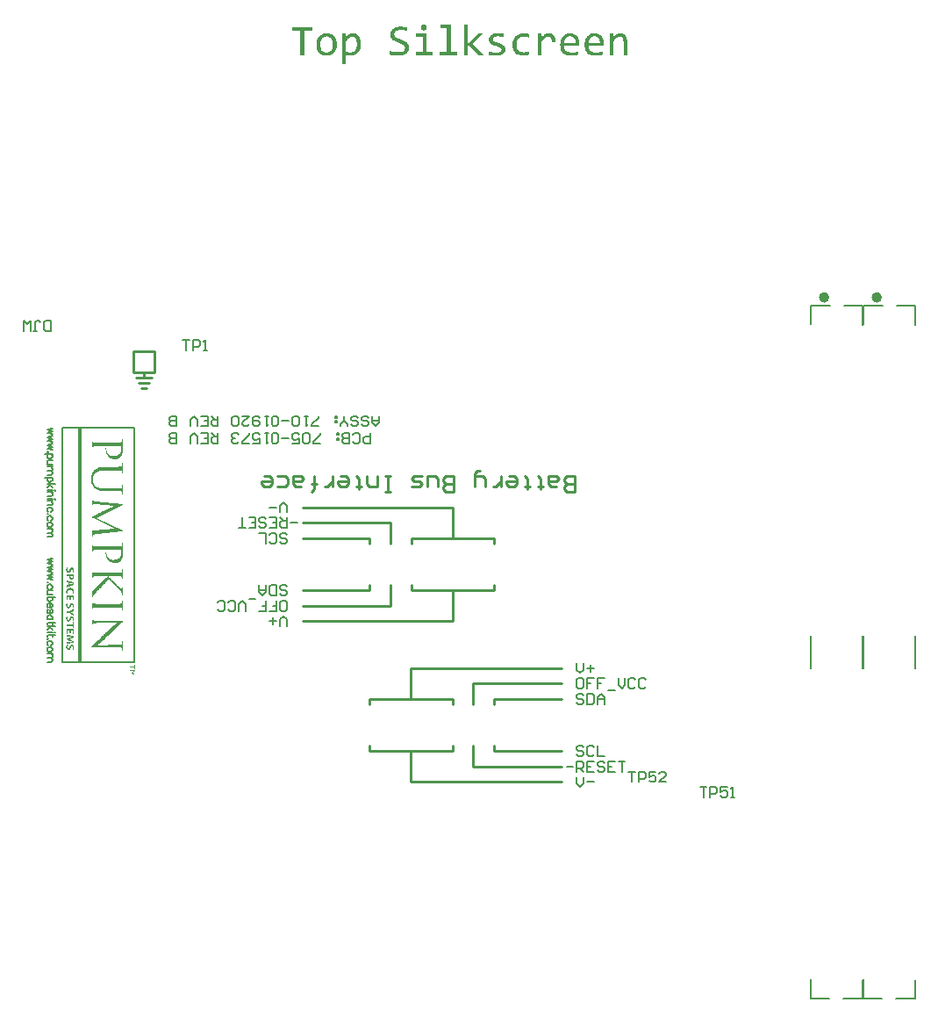
<source format=gto>
G04 Layer_Color=65535*
%FSLAX25Y25*%
%MOIN*%
G70*
G01*
G75*
%ADD10C,0.01000*%
%ADD22C,0.02000*%
%ADD24C,0.00800*%
%ADD25C,0.00787*%
%ADD26C,0.00600*%
G36*
X-112297Y53364D02*
X-112292Y53345D01*
X-112288Y53313D01*
X-112278Y53271D01*
X-112274Y53216D01*
X-112265Y53156D01*
X-112260Y53082D01*
X-112251Y53003D01*
Y52999D01*
Y52994D01*
Y52980D01*
X-112246Y52962D01*
Y52916D01*
X-112241Y52855D01*
X-112237Y52777D01*
Y52689D01*
X-112232Y52588D01*
Y52477D01*
Y52467D01*
Y52449D01*
Y52417D01*
X-112237Y52380D01*
X-112241Y52329D01*
X-112246Y52269D01*
X-112251Y52204D01*
X-112260Y52139D01*
X-112292Y51992D01*
X-112334Y51844D01*
X-112362Y51770D01*
X-112394Y51701D01*
X-112431Y51640D01*
X-112472Y51580D01*
X-112477Y51576D01*
X-112491Y51557D01*
X-112519Y51530D01*
X-112551Y51497D01*
X-112593Y51460D01*
X-112639Y51423D01*
X-112694Y51386D01*
X-112759Y51354D01*
X-112768Y51349D01*
X-112787Y51340D01*
X-112824Y51326D01*
X-112870Y51308D01*
X-112930Y51294D01*
X-112995Y51280D01*
X-113073Y51271D01*
X-113152Y51266D01*
X-113189D01*
X-113230Y51271D01*
X-113286Y51275D01*
X-113346Y51285D01*
X-113410Y51294D01*
X-113480Y51312D01*
X-113549Y51336D01*
X-113558Y51340D01*
X-113577Y51349D01*
X-113609Y51363D01*
X-113651Y51386D01*
X-113701Y51414D01*
X-113748Y51451D01*
X-113798Y51493D01*
X-113849Y51539D01*
X-113854Y51548D01*
X-113872Y51566D01*
X-113900Y51604D01*
X-113937Y51654D01*
X-113974Y51714D01*
X-114011Y51784D01*
X-114048Y51862D01*
X-114080Y51950D01*
Y51955D01*
X-114085Y51959D01*
Y51973D01*
X-114090Y51992D01*
X-114103Y52042D01*
X-114117Y52107D01*
X-114131Y52190D01*
X-114140Y52283D01*
X-114149Y52384D01*
X-114154Y52491D01*
Y52495D01*
Y52500D01*
Y52527D01*
Y52569D01*
Y52611D01*
Y52615D01*
Y52620D01*
X-114149Y52643D01*
X-114145Y52675D01*
X-114140Y52712D01*
X-115189D01*
Y53373D01*
X-112297D01*
Y53364D01*
D02*
G37*
G36*
X-114505Y55701D02*
X-114510Y55697D01*
X-114515Y55678D01*
X-114528Y55651D01*
X-114547Y55614D01*
X-114565Y55568D01*
X-114588Y55512D01*
X-114607Y55447D01*
X-114630Y55378D01*
Y55373D01*
Y55369D01*
X-114639Y55346D01*
X-114648Y55304D01*
X-114658Y55253D01*
X-114667Y55189D01*
X-114676Y55119D01*
X-114681Y55045D01*
X-114685Y54967D01*
Y54962D01*
Y54958D01*
Y54930D01*
X-114681Y54888D01*
X-114676Y54838D01*
X-114667Y54782D01*
X-114648Y54722D01*
X-114630Y54667D01*
X-114602Y54620D01*
X-114598Y54616D01*
X-114588Y54602D01*
X-114565Y54583D01*
X-114542Y54560D01*
X-114505Y54537D01*
X-114468Y54519D01*
X-114422Y54505D01*
X-114371Y54500D01*
X-114348D01*
X-114321Y54505D01*
X-114293Y54514D01*
X-114256Y54528D01*
X-114219Y54551D01*
X-114182Y54579D01*
X-114145Y54616D01*
X-114140Y54620D01*
X-114131Y54639D01*
X-114113Y54667D01*
X-114085Y54708D01*
X-114057Y54759D01*
X-114029Y54824D01*
X-113993Y54902D01*
X-113960Y54995D01*
Y54999D01*
X-113955Y55008D01*
X-113946Y55032D01*
X-113937Y55055D01*
X-113923Y55087D01*
X-113909Y55119D01*
X-113868Y55203D01*
X-113821Y55300D01*
X-113761Y55396D01*
X-113697Y55493D01*
X-113623Y55581D01*
X-113618Y55586D01*
X-113614Y55591D01*
X-113586Y55614D01*
X-113540Y55651D01*
X-113480Y55692D01*
X-113401Y55734D01*
X-113309Y55766D01*
X-113207Y55794D01*
X-113152Y55799D01*
X-113092Y55803D01*
X-113059D01*
X-113022Y55799D01*
X-112981Y55794D01*
X-112925Y55785D01*
X-112865Y55771D01*
X-112805Y55752D01*
X-112745Y55729D01*
X-112736Y55725D01*
X-112717Y55715D01*
X-112690Y55697D01*
X-112648Y55674D01*
X-112607Y55641D01*
X-112560Y55604D01*
X-112514Y55563D01*
X-112468Y55512D01*
X-112463Y55507D01*
X-112449Y55484D01*
X-112426Y55457D01*
X-112403Y55410D01*
X-112371Y55360D01*
X-112343Y55300D01*
X-112311Y55235D01*
X-112283Y55161D01*
Y55156D01*
X-112278Y55152D01*
X-112274Y55124D01*
X-112260Y55082D01*
X-112246Y55022D01*
X-112237Y54958D01*
X-112223Y54874D01*
X-112218Y54787D01*
X-112214Y54694D01*
Y54690D01*
Y54685D01*
Y54671D01*
Y54653D01*
Y54606D01*
X-112218Y54546D01*
X-112223Y54482D01*
X-112232Y54408D01*
X-112246Y54334D01*
X-112260Y54265D01*
Y54255D01*
X-112269Y54232D01*
X-112278Y54200D01*
X-112288Y54154D01*
X-112302Y54107D01*
X-112320Y54052D01*
X-112338Y53997D01*
X-112362Y53946D01*
X-112898Y54094D01*
Y54098D01*
X-112888Y54107D01*
X-112879Y54131D01*
X-112870Y54158D01*
X-112856Y54191D01*
X-112838Y54232D01*
X-112824Y54283D01*
X-112805Y54339D01*
X-112801Y54343D01*
X-112796Y54366D01*
X-112787Y54399D01*
X-112777Y54440D01*
X-112768Y54496D01*
X-112764Y54556D01*
X-112754Y54625D01*
Y54703D01*
Y54708D01*
Y54713D01*
Y54741D01*
X-112759Y54777D01*
X-112764Y54824D01*
X-112777Y54879D01*
X-112791Y54930D01*
X-112814Y54981D01*
X-112842Y55027D01*
X-112847Y55032D01*
X-112856Y55041D01*
X-112874Y55059D01*
X-112898Y55078D01*
X-112925Y55096D01*
X-112962Y55115D01*
X-112999Y55124D01*
X-113041Y55129D01*
X-113050D01*
X-113082Y55124D01*
X-113124Y55115D01*
X-113165Y55101D01*
X-113175Y55096D01*
X-113198Y55078D01*
X-113225Y55045D01*
X-113262Y55004D01*
Y54999D01*
X-113272Y54990D01*
X-113281Y54976D01*
X-113290Y54958D01*
X-113304Y54930D01*
X-113323Y54902D01*
X-113355Y54833D01*
Y54828D01*
X-113364Y54814D01*
X-113373Y54791D01*
X-113383Y54764D01*
X-113397Y54727D01*
X-113415Y54685D01*
X-113433Y54639D01*
X-113452Y54588D01*
Y54583D01*
X-113456Y54570D01*
X-113466Y54551D01*
X-113480Y54523D01*
X-113494Y54491D01*
X-113507Y54454D01*
X-113549Y54366D01*
X-113600Y54274D01*
X-113660Y54177D01*
X-113729Y54089D01*
X-113766Y54048D01*
X-113803Y54010D01*
X-113812Y54001D01*
X-113840Y53983D01*
X-113886Y53951D01*
X-113946Y53918D01*
X-114020Y53886D01*
X-114113Y53853D01*
X-114214Y53835D01*
X-114325Y53826D01*
X-114357D01*
X-114390Y53830D01*
X-114436Y53835D01*
X-114487Y53844D01*
X-114547Y53858D01*
X-114607Y53877D01*
X-114672Y53900D01*
X-114681Y53904D01*
X-114699Y53913D01*
X-114732Y53932D01*
X-114769Y53955D01*
X-114815Y53987D01*
X-114866Y54024D01*
X-114917Y54071D01*
X-114963Y54121D01*
X-114967Y54126D01*
X-114981Y54149D01*
X-115004Y54177D01*
X-115032Y54218D01*
X-115064Y54274D01*
X-115097Y54334D01*
X-115134Y54408D01*
X-115161Y54486D01*
Y54491D01*
X-115166Y54496D01*
Y54510D01*
X-115171Y54523D01*
X-115184Y54574D01*
X-115194Y54634D01*
X-115208Y54713D01*
X-115221Y54800D01*
X-115226Y54898D01*
X-115231Y55008D01*
Y55013D01*
Y55018D01*
Y55032D01*
Y55050D01*
X-115226Y55101D01*
X-115221Y55161D01*
X-115217Y55235D01*
X-115208Y55313D01*
X-115194Y55396D01*
X-115175Y55484D01*
Y55489D01*
X-115171Y55493D01*
X-115166Y55521D01*
X-115152Y55563D01*
X-115138Y55614D01*
X-115120Y55669D01*
X-115101Y55729D01*
X-115074Y55789D01*
X-115050Y55840D01*
X-114505Y55701D01*
D02*
G37*
G36*
X-113664Y48120D02*
X-113628D01*
X-113586Y48115D01*
X-113540Y48111D01*
X-113438Y48092D01*
X-113327Y48074D01*
X-113212Y48041D01*
X-113101Y48000D01*
X-113096D01*
X-113087Y47995D01*
X-113073Y47986D01*
X-113050Y47977D01*
X-112999Y47949D01*
X-112930Y47912D01*
X-112856Y47861D01*
X-112773Y47801D01*
X-112694Y47737D01*
X-112616Y47658D01*
X-112611Y47653D01*
X-112607Y47649D01*
X-112597Y47635D01*
X-112583Y47621D01*
X-112551Y47575D01*
X-112505Y47515D01*
X-112459Y47436D01*
X-112408Y47353D01*
X-112362Y47256D01*
X-112320Y47150D01*
Y47145D01*
X-112315Y47136D01*
X-112311Y47122D01*
X-112302Y47099D01*
X-112297Y47071D01*
X-112288Y47039D01*
X-112278Y47002D01*
X-112265Y46960D01*
X-112246Y46868D01*
X-112232Y46762D01*
X-112218Y46646D01*
X-112214Y46526D01*
Y46521D01*
Y46512D01*
Y46498D01*
Y46480D01*
Y46434D01*
X-112218Y46369D01*
X-112223Y46300D01*
X-112232Y46226D01*
X-112241Y46152D01*
X-112255Y46078D01*
Y46069D01*
X-112265Y46046D01*
X-112269Y46013D01*
X-112283Y45972D01*
X-112306Y45879D01*
X-112325Y45838D01*
X-112338Y45801D01*
X-112870Y45939D01*
Y45944D01*
X-112861Y45958D01*
X-112856Y45981D01*
X-112847Y46009D01*
X-112833Y46041D01*
X-112819Y46083D01*
X-112810Y46129D01*
X-112796Y46180D01*
Y46184D01*
X-112791Y46203D01*
X-112782Y46230D01*
X-112777Y46267D01*
X-112768Y46318D01*
X-112764Y46369D01*
X-112759Y46434D01*
Y46498D01*
Y46508D01*
Y46531D01*
X-112764Y46568D01*
X-112768Y46619D01*
X-112773Y46674D01*
X-112787Y46734D01*
X-112801Y46799D01*
X-112824Y46863D01*
X-112828Y46873D01*
X-112833Y46891D01*
X-112847Y46923D01*
X-112870Y46965D01*
X-112893Y47011D01*
X-112925Y47062D01*
X-112962Y47108D01*
X-113004Y47159D01*
X-113008Y47164D01*
X-113022Y47177D01*
X-113050Y47201D01*
X-113082Y47228D01*
X-113128Y47261D01*
X-113179Y47293D01*
X-113239Y47330D01*
X-113304Y47358D01*
X-113313Y47362D01*
X-113336Y47367D01*
X-113373Y47381D01*
X-113424Y47390D01*
X-113489Y47404D01*
X-113558Y47418D01*
X-113641Y47422D01*
X-113729Y47427D01*
X-113771D01*
X-113803Y47422D01*
X-113840Y47418D01*
X-113882Y47413D01*
X-113928Y47409D01*
X-113979Y47395D01*
X-114090Y47367D01*
X-114205Y47325D01*
X-114265Y47298D01*
X-114321Y47261D01*
X-114371Y47224D01*
X-114422Y47182D01*
X-114427Y47177D01*
X-114431Y47173D01*
X-114445Y47154D01*
X-114464Y47136D01*
X-114482Y47113D01*
X-114501Y47080D01*
X-114524Y47044D01*
X-114547Y47002D01*
X-114575Y46956D01*
X-114598Y46905D01*
X-114616Y46850D01*
X-114635Y46790D01*
X-114653Y46720D01*
X-114667Y46651D01*
X-114672Y46572D01*
X-114676Y46494D01*
Y46485D01*
Y46466D01*
Y46438D01*
X-114672Y46397D01*
Y46351D01*
X-114667Y46300D01*
X-114653Y46189D01*
Y46184D01*
X-114648Y46161D01*
X-114644Y46133D01*
X-114635Y46101D01*
X-114625Y46060D01*
X-114612Y46018D01*
X-114598Y45976D01*
X-114584Y45935D01*
X-115106Y45842D01*
Y45847D01*
X-115115Y45856D01*
X-115124Y45879D01*
X-115134Y45907D01*
X-115147Y45949D01*
X-115161Y45995D01*
X-115175Y46055D01*
X-115189Y46124D01*
Y46133D01*
X-115194Y46161D01*
X-115203Y46203D01*
X-115208Y46258D01*
X-115217Y46327D01*
X-115226Y46406D01*
X-115231Y46494D01*
Y46591D01*
Y46595D01*
Y46609D01*
Y46628D01*
Y46655D01*
X-115226Y46688D01*
Y46725D01*
X-115221Y46771D01*
X-115217Y46817D01*
X-115203Y46919D01*
X-115184Y47034D01*
X-115157Y47150D01*
X-115120Y47261D01*
Y47265D01*
X-115115Y47275D01*
X-115106Y47288D01*
X-115101Y47307D01*
X-115074Y47362D01*
X-115041Y47427D01*
X-114995Y47506D01*
X-114944Y47584D01*
X-114884Y47663D01*
X-114815Y47741D01*
X-114810D01*
X-114806Y47750D01*
X-114778Y47774D01*
X-114736Y47806D01*
X-114681Y47847D01*
X-114612Y47894D01*
X-114533Y47940D01*
X-114445Y47986D01*
X-114348Y48028D01*
X-114344D01*
X-114334Y48032D01*
X-114321Y48037D01*
X-114302Y48041D01*
X-114274Y48051D01*
X-114247Y48060D01*
X-114173Y48074D01*
X-114085Y48092D01*
X-113983Y48111D01*
X-113877Y48120D01*
X-113761Y48125D01*
X-113697D01*
X-113664Y48120D01*
D02*
G37*
G36*
X-112255Y50162D02*
Y49298D01*
X-115189Y48383D01*
Y49099D01*
X-114436Y49326D01*
Y50167D01*
X-115189Y50375D01*
Y51058D01*
X-112255Y50162D01*
D02*
G37*
G36*
X-105366Y36902D02*
X-105348Y36884D01*
Y36814D01*
Y36796D01*
Y36761D01*
Y36691D01*
Y36603D01*
Y36585D01*
X-105331Y36515D01*
X-105313Y36445D01*
X-105296Y36339D01*
X-105278Y36321D01*
Y36269D01*
Y36251D01*
X-105260Y36233D01*
X-105243Y36163D01*
Y36145D01*
X-105225Y36110D01*
X-105190Y36075D01*
X-105155Y36005D01*
X-105085Y35952D01*
X-104997Y35882D01*
X-104891Y35829D01*
X-104750Y35794D01*
X-104733D01*
X-104662Y35776D01*
X-104557Y35759D01*
X-104399Y35741D01*
X-104205D01*
X-103941Y35723D01*
X-103624Y35706D01*
X-103255D01*
X-94302Y35688D01*
X-94056D01*
X-93862Y35671D01*
X-93774D01*
X-93704Y35653D01*
X-93669D01*
X-93616Y35618D01*
X-93563Y35583D01*
X-93528Y35512D01*
Y35477D01*
X-93563Y35442D01*
X-93598Y35389D01*
X-93616Y35372D01*
X-93651Y35336D01*
X-93757Y35213D01*
X-93774Y35196D01*
X-93792D01*
Y35178D01*
X-93809D01*
X-93827Y35160D01*
X-93844Y35143D01*
X-93932Y35072D01*
Y35055D01*
X-93968Y35037D01*
X-94020Y34967D01*
X-94038Y34949D01*
X-94073Y34914D01*
X-94179Y34826D01*
X-94249Y34773D01*
X-94319Y34686D01*
X-94425Y34598D01*
X-94566Y34475D01*
X-94706Y34351D01*
X-94882Y34193D01*
X-95076Y33999D01*
X-95304Y33788D01*
X-95568Y33560D01*
X-95850Y33296D01*
X-95867Y33278D01*
X-95920Y33226D01*
X-96008Y33138D01*
X-96131Y33032D01*
X-96272Y32891D01*
X-96465Y32733D01*
X-96659Y32540D01*
X-96887Y32329D01*
X-97151Y32082D01*
X-97415Y31836D01*
X-97714Y31572D01*
X-98013Y31273D01*
X-98682Y30657D01*
X-99385Y30007D01*
X-99403Y29989D01*
X-99473Y29919D01*
X-99579Y29831D01*
X-99684Y29743D01*
X-99702Y29725D01*
X-99772Y29655D01*
X-99860Y29567D01*
X-99966Y29479D01*
Y29461D01*
X-99983Y29444D01*
X-100054Y29391D01*
Y29373D01*
X-100089Y29356D01*
X-100142Y29285D01*
X-100159Y29268D01*
X-100195Y29233D01*
X-100247Y29180D01*
X-100318Y29109D01*
X-100423Y29022D01*
X-100529Y28934D01*
X-100793Y28687D01*
X-101109Y28406D01*
X-101461Y28089D01*
X-101813Y27773D01*
X-102182Y27439D01*
X-102200Y27421D01*
X-102217Y27403D01*
X-102270Y27351D01*
X-102340Y27298D01*
X-102499Y27157D01*
X-102692Y26963D01*
X-102903Y26770D01*
X-103114Y26577D01*
X-103308Y26401D01*
X-103449Y26260D01*
X-95516Y26436D01*
X-95392D01*
X-95252Y26453D01*
X-95093D01*
X-94759Y26506D01*
X-94583Y26541D01*
X-94460Y26577D01*
X-94442D01*
X-94407Y26594D01*
X-94284Y26682D01*
X-94214Y26735D01*
X-94143Y26823D01*
X-94091Y26928D01*
X-94038Y27051D01*
X-94020Y27069D01*
Y27157D01*
Y27192D01*
Y27262D01*
Y27298D01*
X-94003Y27368D01*
X-93985Y27474D01*
Y27597D01*
Y27614D01*
X-93968Y27667D01*
Y27738D01*
Y27808D01*
Y27825D01*
Y27843D01*
X-93932Y27913D01*
X-93915D01*
X-93862Y27931D01*
X-93844D01*
X-93809Y27913D01*
X-93774Y27896D01*
X-93757Y27843D01*
Y27825D01*
X-93739Y27773D01*
Y27702D01*
Y27614D01*
Y27597D01*
Y27544D01*
Y27526D01*
Y27509D01*
Y27474D01*
Y27456D01*
Y27439D01*
Y27315D01*
Y27175D01*
X-93757Y27016D01*
Y26999D01*
Y26981D01*
Y26876D01*
Y26752D01*
Y26612D01*
Y26594D01*
Y26577D01*
X-93774Y26471D01*
Y26348D01*
X-93792Y26225D01*
Y26190D01*
Y26137D01*
Y26066D01*
Y25996D01*
Y25978D01*
Y25961D01*
Y25890D01*
Y25820D01*
Y25803D01*
X-93774Y25732D01*
Y25627D01*
X-93757Y25521D01*
Y25486D01*
Y25398D01*
Y25275D01*
Y25134D01*
Y25117D01*
Y25099D01*
X-93739Y24993D01*
Y24853D01*
Y24677D01*
Y24659D01*
Y24607D01*
Y24536D01*
X-93757Y24483D01*
Y24466D01*
X-93774Y24431D01*
X-93809Y24413D01*
X-93862Y24395D01*
X-93880D01*
X-93897Y24413D01*
X-93932Y24448D01*
X-93950Y24483D01*
X-93968Y24519D01*
Y24571D01*
Y24589D01*
Y24607D01*
X-93985Y24712D01*
Y24730D01*
Y24765D01*
X-94003Y24853D01*
X-94020Y24941D01*
Y24958D01*
X-94038Y24993D01*
X-94056Y25064D01*
X-94091Y25152D01*
X-94143Y25222D01*
X-94214Y25310D01*
X-94302Y25380D01*
X-94407Y25433D01*
X-94425D01*
X-94460Y25451D01*
X-94530Y25468D01*
X-94636D01*
X-94777Y25486D01*
X-94953Y25504D01*
X-95164Y25521D01*
X-95410D01*
X-104539Y25539D01*
X-105120D01*
X-105278Y25556D01*
X-105401D01*
X-105489Y25574D01*
X-105507D01*
X-105559Y25591D01*
X-105612Y25627D01*
X-105630Y25679D01*
Y25697D01*
X-105612Y25750D01*
X-105559Y25855D01*
X-105472Y25996D01*
X-105454Y26014D01*
X-105436Y26031D01*
X-105384Y26102D01*
X-105296Y26172D01*
X-105190Y26295D01*
X-105049Y26436D01*
X-104873Y26612D01*
X-104662Y26823D01*
X-104627Y26858D01*
X-104592Y26893D01*
X-104504Y26981D01*
X-104381Y27104D01*
X-104205Y27280D01*
X-103976Y27509D01*
X-103836Y27650D01*
X-103677Y27808D01*
X-103660Y27825D01*
X-103642Y27843D01*
X-103589Y27896D01*
X-103519Y27966D01*
X-103325Y28142D01*
X-103079Y28388D01*
X-102780Y28670D01*
X-102446Y29004D01*
X-102077Y29356D01*
X-101672Y29743D01*
X-101654Y29760D01*
X-101602Y29813D01*
X-101584D01*
X-101567Y29831D01*
X-101514Y29884D01*
X-101496Y29901D01*
X-101461Y29936D01*
X-101408Y29989D01*
X-101338Y30042D01*
X-101162Y30218D01*
X-100968Y30411D01*
X-100951Y30429D01*
X-100916Y30446D01*
X-100863Y30499D01*
X-100810Y30569D01*
X-100634Y30728D01*
X-100441Y30904D01*
X-100423Y30921D01*
X-100406Y30939D01*
X-100388D01*
Y30957D01*
X-100370Y30974D01*
X-100318Y31009D01*
X-100247Y31097D01*
X-100142Y31185D01*
X-100019Y31308D01*
X-99860Y31449D01*
X-99684Y31607D01*
X-99491Y31783D01*
X-99086Y32153D01*
X-98629Y32575D01*
X-98136Y33015D01*
X-97662Y33454D01*
X-97644Y33472D01*
X-97609Y33507D01*
X-97538Y33560D01*
X-97450Y33630D01*
X-97239Y33841D01*
X-96975Y34070D01*
X-96676Y34334D01*
X-96413Y34580D01*
X-96166Y34791D01*
X-96061Y34897D01*
X-95973Y34966D01*
X-95955Y34967D01*
X-95973D01*
X-95973Y34966D01*
X-103431Y34773D01*
X-103589D01*
X-103765Y34756D01*
X-103959Y34738D01*
X-104187Y34721D01*
X-104416Y34686D01*
X-104610Y34650D01*
X-104785Y34615D01*
X-104803D01*
X-104838Y34580D01*
X-104909Y34545D01*
X-104979Y34510D01*
X-105137Y34369D01*
X-105190Y34263D01*
X-105243Y34158D01*
Y34140D01*
X-105260Y34123D01*
X-105278Y34070D01*
Y34052D01*
Y33982D01*
Y33947D01*
X-105313Y33876D01*
X-105331Y33753D01*
X-105348Y33630D01*
Y33595D01*
Y33525D01*
Y33454D01*
Y33384D01*
Y33366D01*
Y33349D01*
Y33314D01*
X-105366Y33296D01*
X-105384Y33278D01*
X-105436Y33261D01*
X-105472D01*
X-105489Y33296D01*
X-105507Y33331D01*
Y33349D01*
Y33384D01*
X-105524Y33454D01*
Y33542D01*
Y33560D01*
Y33595D01*
Y33665D01*
Y33736D01*
Y33929D01*
X-105507Y34140D01*
Y34158D01*
Y34193D01*
Y34246D01*
Y34316D01*
Y34475D01*
Y34650D01*
Y34686D01*
X-105489Y34773D01*
Y34879D01*
Y35002D01*
Y35020D01*
Y35072D01*
Y35143D01*
Y35196D01*
Y35231D01*
Y35284D01*
Y35389D01*
Y35407D01*
Y35477D01*
Y35583D01*
X-105507Y35723D01*
Y35759D01*
Y35846D01*
Y36005D01*
Y36181D01*
Y36198D01*
Y36216D01*
Y36269D01*
Y36339D01*
X-105524Y36497D01*
Y36691D01*
Y36708D01*
Y36744D01*
X-105507Y36867D01*
Y36884D01*
X-105489Y36902D01*
X-105472Y36920D01*
X-105436Y36937D01*
X-105401D01*
X-105366Y36902D01*
D02*
G37*
G36*
X-93792Y65151D02*
X-93774Y65116D01*
Y65099D01*
X-93757Y65064D01*
X-93739Y64993D01*
Y64905D01*
Y64888D01*
Y64835D01*
Y64747D01*
Y64659D01*
Y64641D01*
Y64588D01*
Y64501D01*
Y64413D01*
Y64377D01*
Y64307D01*
X-93757Y64219D01*
Y64114D01*
Y64078D01*
Y64008D01*
Y63920D01*
Y63815D01*
Y63797D01*
Y63762D01*
X-93774Y63656D01*
Y63516D01*
X-93792Y63375D01*
Y63340D01*
Y63287D01*
Y63199D01*
Y63146D01*
Y63129D01*
Y63058D01*
Y62953D01*
Y62794D01*
Y62777D01*
Y62759D01*
X-93774Y62654D01*
Y62495D01*
X-93757Y62302D01*
Y62284D01*
Y62214D01*
Y62126D01*
Y62020D01*
Y62003D01*
Y61932D01*
Y61844D01*
X-93739Y61739D01*
Y61721D01*
Y61651D01*
Y61563D01*
Y61475D01*
Y61458D01*
Y61387D01*
Y61299D01*
Y61194D01*
Y61176D01*
Y61159D01*
Y61035D01*
Y60877D01*
X-93757Y60666D01*
X-93774Y60437D01*
X-93809Y60191D01*
X-93844Y59962D01*
X-93897Y59734D01*
Y59716D01*
X-93915Y59646D01*
X-93950Y59540D01*
X-93985Y59399D01*
X-94091Y59118D01*
X-94161Y58960D01*
X-94231Y58837D01*
Y58819D01*
X-94249Y58801D01*
X-94302Y58714D01*
X-94390Y58608D01*
X-94478Y58502D01*
X-94495Y58485D01*
X-94530Y58414D01*
X-94583Y58362D01*
X-94636Y58291D01*
Y58274D01*
X-94671Y58256D01*
X-94742Y58203D01*
Y58186D01*
X-94759Y58168D01*
X-94847Y58098D01*
X-94865Y58080D01*
X-94900Y58063D01*
X-94953Y58027D01*
X-95041Y57975D01*
X-95146Y57904D01*
X-95269Y57834D01*
X-95410Y57764D01*
X-95568Y57693D01*
X-95586Y57676D01*
X-95639Y57658D01*
X-95727Y57623D01*
X-95850Y57588D01*
X-95973Y57552D01*
X-96131Y57535D01*
X-96307Y57500D01*
X-96659D01*
X-96782Y57517D01*
X-96923Y57535D01*
X-97081Y57552D01*
X-97257Y57588D01*
X-97450Y57640D01*
X-97890Y57764D01*
X-98101Y57852D01*
X-98330Y57957D01*
X-98559Y58080D01*
X-98770Y58239D01*
X-98998Y58397D01*
X-99192Y58590D01*
X-99209Y58608D01*
X-99227Y58643D01*
X-99280Y58696D01*
X-99350Y58784D01*
X-99420Y58889D01*
X-99509Y59030D01*
X-99614Y59171D01*
X-99702Y59347D01*
X-99790Y59540D01*
X-99895Y59751D01*
X-99983Y59962D01*
X-100054Y60209D01*
X-100124Y60473D01*
X-100159Y60754D01*
X-100195Y61053D01*
X-100212Y61352D01*
Y61370D01*
Y61422D01*
Y61440D01*
Y61493D01*
Y61528D01*
Y61598D01*
Y61616D01*
Y61669D01*
Y61686D01*
Y61704D01*
X-100195Y61739D01*
X-100177Y61809D01*
X-100159Y61827D01*
X-100089Y61844D01*
X-100071D01*
X-100036Y61827D01*
X-100001Y61809D01*
X-99983Y61756D01*
Y61739D01*
X-99966Y61686D01*
X-99948Y61581D01*
Y61422D01*
Y61405D01*
Y61370D01*
Y61317D01*
X-99931Y61229D01*
Y61141D01*
X-99913Y61018D01*
X-99860Y60754D01*
X-99772Y60455D01*
X-99649Y60138D01*
X-99473Y59804D01*
X-99227Y59505D01*
X-99209Y59487D01*
X-99192Y59470D01*
X-99086Y59382D01*
X-98928Y59259D01*
X-98717Y59101D01*
X-98453Y58960D01*
X-98136Y58837D01*
X-97785Y58749D01*
X-97591Y58714D01*
X-97204D01*
X-97099Y58731D01*
X-96975Y58749D01*
X-96835Y58766D01*
X-96676Y58784D01*
X-96659D01*
X-96588Y58801D01*
X-96501Y58819D01*
X-96377Y58837D01*
X-96237Y58872D01*
X-96078Y58925D01*
X-95903Y58995D01*
X-95727Y59083D01*
X-95691Y59101D01*
X-95621Y59136D01*
X-95498Y59206D01*
X-95357Y59294D01*
X-95340D01*
X-95322Y59311D01*
X-95234Y59382D01*
X-95129Y59470D01*
X-95005Y59593D01*
X-94988Y59611D01*
X-94935Y59663D01*
X-94865Y59734D01*
X-94794Y59822D01*
X-94777Y59839D01*
X-94742Y59892D01*
X-94689Y59962D01*
X-94636Y60033D01*
X-94618Y60050D01*
X-94583Y60121D01*
X-94530Y60209D01*
X-94460Y60332D01*
X-94390Y60473D01*
X-94337Y60631D01*
X-94284Y60789D01*
X-94267Y60965D01*
Y60983D01*
X-94249Y61035D01*
Y61123D01*
X-94231Y61211D01*
X-94214Y61440D01*
Y61545D01*
Y61651D01*
Y61669D01*
Y61704D01*
Y61721D01*
Y61739D01*
Y61774D01*
Y61862D01*
X-94231Y61968D01*
X-94249Y62108D01*
Y62143D01*
X-94267Y62214D01*
X-94284Y62302D01*
X-94302Y62407D01*
X-94319Y62443D01*
X-94355Y62460D01*
X-94407Y62495D01*
X-94425D01*
X-94460Y62513D01*
X-94513Y62530D01*
X-103185D01*
X-103343Y62513D01*
X-103537D01*
X-103765Y62495D01*
X-103994Y62478D01*
X-104223Y62460D01*
X-104416Y62443D01*
X-104469D01*
X-104539Y62425D01*
X-104627D01*
X-104803Y62372D01*
X-104997Y62302D01*
X-105014D01*
X-105032Y62284D01*
X-105120Y62196D01*
X-105172Y62143D01*
X-105208Y62056D01*
X-105243Y61968D01*
X-105278Y61844D01*
Y61827D01*
X-105296Y61792D01*
X-105313Y61704D01*
Y61686D01*
Y61651D01*
Y61563D01*
Y61545D01*
X-105331Y61493D01*
Y61405D01*
X-105348Y61317D01*
Y61299D01*
Y61246D01*
Y61194D01*
Y61141D01*
Y61123D01*
Y61088D01*
X-105366Y61053D01*
X-105384Y61035D01*
X-105401Y61018D01*
X-105472D01*
X-105489Y61053D01*
X-105507Y61088D01*
Y61106D01*
Y61123D01*
X-105524Y61176D01*
Y61264D01*
Y61282D01*
Y61317D01*
Y61422D01*
Y61440D01*
Y61475D01*
Y61581D01*
Y61598D01*
Y61616D01*
Y61739D01*
Y61897D01*
X-105507Y62073D01*
Y62091D01*
Y62108D01*
Y62214D01*
Y62355D01*
Y62513D01*
Y62530D01*
Y62566D01*
X-105489Y62671D01*
Y62830D01*
Y62970D01*
Y63005D01*
Y63058D01*
Y63129D01*
Y63181D01*
Y63217D01*
Y63269D01*
Y63375D01*
Y63410D01*
Y63480D01*
Y63604D01*
X-105507Y63779D01*
Y63815D01*
Y63902D01*
Y63920D01*
Y63955D01*
Y64061D01*
Y64096D01*
Y64166D01*
X-105524Y64272D01*
Y64395D01*
Y64413D01*
Y64483D01*
Y64588D01*
Y64676D01*
Y64694D01*
Y64747D01*
Y64817D01*
X-105507Y64870D01*
X-105489Y64888D01*
X-105472Y64905D01*
X-105436Y64923D01*
X-105419D01*
X-105384Y64905D01*
X-105366Y64870D01*
X-105348Y64800D01*
Y64782D01*
Y64712D01*
Y64694D01*
X-105331Y64659D01*
Y64571D01*
Y64553D01*
X-105313Y64536D01*
Y64448D01*
Y64430D01*
X-105296Y64413D01*
X-105278Y64342D01*
Y64325D01*
X-105260Y64307D01*
X-105225Y64201D01*
X-105137Y64096D01*
X-104997Y64026D01*
X-104979D01*
X-104961Y64008D01*
X-104909Y63990D01*
X-104838Y63973D01*
X-104662Y63920D01*
X-104416Y63885D01*
X-104399D01*
X-104328Y63867D01*
X-104205D01*
X-104064Y63850D01*
X-103871Y63832D01*
X-103624D01*
X-103361Y63815D01*
X-102692D01*
X-102446Y63797D01*
X-95568D01*
X-95252Y63815D01*
X-95093D01*
X-94953Y63832D01*
X-94829D01*
X-94759Y63850D01*
X-94671D01*
X-94478Y63902D01*
X-94390Y63938D01*
X-94302Y63990D01*
X-94284D01*
X-94267Y64008D01*
X-94231Y64043D01*
X-94179Y64096D01*
X-94143Y64166D01*
X-94091Y64254D01*
X-94056Y64360D01*
X-94020Y64501D01*
Y64518D01*
X-94003Y64536D01*
Y64641D01*
Y64659D01*
X-93985Y64676D01*
Y64782D01*
Y64800D01*
X-93968Y64817D01*
Y64923D01*
Y64940D01*
Y64958D01*
Y65046D01*
Y65064D01*
X-93950Y65134D01*
X-93932Y65151D01*
X-93880Y65169D01*
X-93827D01*
X-93792Y65151D01*
D02*
G37*
G36*
X-105366Y82161D02*
Y82143D01*
X-105348Y82126D01*
Y82055D01*
Y82038D01*
Y82020D01*
Y82003D01*
Y81985D01*
Y81950D01*
Y81827D01*
Y81809D01*
X-105331Y81756D01*
X-105313Y81686D01*
X-105296Y81581D01*
Y81563D01*
X-105278Y81528D01*
X-105260Y81457D01*
X-105208Y81387D01*
X-105155Y81299D01*
X-105085Y81229D01*
X-104979Y81158D01*
X-104856Y81106D01*
X-104838D01*
X-104785Y81088D01*
X-104715Y81070D01*
X-104610Y81053D01*
X-104504Y81018D01*
X-104363Y81000D01*
X-104064Y80947D01*
X-103994D01*
X-93809Y79839D01*
X-93792D01*
X-93739Y79821D01*
X-93633Y79769D01*
X-93616Y79751D01*
X-93581Y79734D01*
X-93563Y79698D01*
X-93545Y79663D01*
Y79646D01*
Y79628D01*
X-93581Y79575D01*
X-93598Y79558D01*
X-93651Y79505D01*
X-93669Y79487D01*
X-93704Y79470D01*
X-93721Y79452D01*
X-93774Y79417D01*
X-103589Y74650D01*
X-93774Y70059D01*
X-93757Y70041D01*
X-93721Y70024D01*
X-93616Y69954D01*
X-93598Y69936D01*
X-93581Y69918D01*
X-93563Y69866D01*
X-93545Y69813D01*
Y69795D01*
X-93563Y69778D01*
X-93581Y69742D01*
X-93651Y69707D01*
X-93669Y69690D01*
X-93721Y69672D01*
X-93827Y69654D01*
X-93968Y69637D01*
X-93950D01*
X-103537Y68581D01*
X-103572D01*
X-103642Y68564D01*
X-103730D01*
X-103853Y68546D01*
X-103871D01*
X-103941Y68529D01*
X-104047Y68511D01*
X-104152Y68493D01*
X-104170D01*
X-104205Y68476D01*
X-104275Y68458D01*
X-104363Y68441D01*
X-104574Y68370D01*
X-104803Y68265D01*
X-104821Y68247D01*
X-104856Y68230D01*
X-104961Y68124D01*
X-105085Y67966D01*
X-105208Y67737D01*
Y67720D01*
X-105225Y67684D01*
X-105243Y67614D01*
X-105260Y67526D01*
X-105296Y67333D01*
X-105331Y67121D01*
Y67104D01*
Y67069D01*
Y66963D01*
X-105348Y66840D01*
Y66734D01*
Y66717D01*
Y66699D01*
Y66664D01*
X-105366Y66647D01*
Y66629D01*
X-105384Y66611D01*
X-105436D01*
X-105454Y66629D01*
X-105489Y66647D01*
X-105507Y66699D01*
Y66717D01*
Y66752D01*
X-105524Y66840D01*
Y66928D01*
Y66963D01*
Y66998D01*
Y67051D01*
Y67121D01*
Y67209D01*
X-105507Y67333D01*
Y67473D01*
Y67491D01*
Y67544D01*
Y67614D01*
Y67720D01*
Y67843D01*
Y67983D01*
X-105489Y68300D01*
Y68318D01*
Y68370D01*
Y68441D01*
Y68529D01*
Y68757D01*
Y69004D01*
Y69021D01*
Y69056D01*
Y69127D01*
Y69197D01*
Y69373D01*
X-105472Y69531D01*
Y69549D01*
Y69567D01*
X-105454Y69672D01*
X-105419Y69795D01*
X-105401Y69883D01*
Y69901D01*
X-105384Y69918D01*
X-105348Y69954D01*
X-105313Y69971D01*
X-105278D01*
X-105243Y69954D01*
X-105225Y69936D01*
Y69901D01*
X-105208Y69866D01*
X-105190Y69848D01*
X-105155Y69830D01*
X-105102Y69813D01*
X-105085D01*
X-105049Y69795D01*
X-104645D01*
X-96571Y70552D01*
Y70604D01*
X-104680Y74421D01*
X-104698D01*
X-104750Y74457D01*
X-104821Y74492D01*
X-104909Y74527D01*
X-105102Y74615D01*
X-105190Y74668D01*
X-105260Y74703D01*
X-105296Y74720D01*
X-105348Y74756D01*
X-105436Y74791D01*
X-105489Y74844D01*
Y74861D01*
Y74896D01*
Y74914D01*
Y74949D01*
Y74967D01*
Y74984D01*
Y75002D01*
X-105472Y75037D01*
X-105436Y75090D01*
X-105348Y75160D01*
X-105313Y75178D01*
X-105278Y75195D01*
X-105225Y75230D01*
X-105137Y75266D01*
X-105049Y75301D01*
X-104944Y75354D01*
X-104803Y75424D01*
X-104785D01*
X-104750Y75442D01*
X-104698Y75477D01*
X-104627Y75512D01*
X-104522Y75565D01*
X-104399Y75635D01*
X-104258Y75705D01*
X-104099Y75793D01*
X-104082Y75811D01*
X-104011Y75828D01*
X-103923Y75881D01*
X-103800Y75934D01*
X-103660Y76022D01*
X-103501Y76092D01*
X-103132Y76286D01*
X-103097Y76303D01*
X-103009Y76339D01*
X-102886Y76409D01*
X-102710Y76497D01*
X-102516Y76603D01*
X-102305Y76708D01*
X-101848Y76937D01*
X-101830Y76954D01*
X-101760Y76972D01*
X-101654Y77025D01*
X-101549Y77077D01*
X-101426Y77130D01*
X-101320Y77183D01*
X-101232Y77236D01*
X-101197Y77253D01*
X-101162Y77271D01*
X-101127Y77289D01*
X-101056Y77324D01*
X-100951Y77359D01*
X-100810Y77429D01*
X-100634Y77517D01*
X-100423Y77623D01*
X-100388Y77640D01*
X-100300Y77675D01*
X-100177Y77728D01*
X-100001Y77816D01*
X-99790Y77922D01*
X-99544Y78027D01*
X-99280Y78150D01*
X-98998Y78291D01*
X-98981D01*
X-98963Y78309D01*
X-98875Y78344D01*
X-98717Y78414D01*
X-98523Y78502D01*
X-98312Y78608D01*
X-98066Y78713D01*
X-97574Y78960D01*
X-97538Y78977D01*
X-97468Y79012D01*
X-97345Y79065D01*
X-97222Y79118D01*
X-97081Y79171D01*
X-96940Y79241D01*
X-96835Y79276D01*
X-96747Y79311D01*
X-96729Y79382D01*
X-103976Y79997D01*
X-104152D01*
X-104258Y80015D01*
X-104803D01*
X-104873Y79997D01*
X-104979Y79962D01*
X-105085Y79909D01*
X-105102Y79892D01*
X-105155Y79821D01*
X-105225Y79734D01*
X-105260Y79610D01*
Y79593D01*
Y79575D01*
X-105296Y79487D01*
X-105313Y79382D01*
X-105331Y79259D01*
Y79223D01*
Y79171D01*
X-105348Y79083D01*
Y79030D01*
Y79012D01*
Y78995D01*
X-105366Y78942D01*
Y78924D01*
X-105384Y78907D01*
X-105401Y78889D01*
X-105454D01*
X-105489Y78924D01*
X-105507Y78960D01*
Y78977D01*
Y79012D01*
X-105524Y79083D01*
Y79171D01*
Y79188D01*
Y79241D01*
Y79311D01*
Y79382D01*
Y79399D01*
Y79435D01*
Y79505D01*
Y79575D01*
Y79593D01*
X-105507Y79646D01*
Y79734D01*
Y79839D01*
Y79857D01*
Y79909D01*
Y79980D01*
Y80068D01*
Y80085D01*
Y80103D01*
X-105489Y80191D01*
Y80314D01*
Y80437D01*
Y80455D01*
Y80507D01*
Y80578D01*
Y80631D01*
Y80648D01*
Y80683D01*
Y80736D01*
Y80842D01*
Y80859D01*
Y80930D01*
Y81035D01*
X-105507Y81176D01*
Y81211D01*
Y81299D01*
Y81317D01*
Y81334D01*
Y81422D01*
Y81440D01*
Y81510D01*
X-105524Y81598D01*
Y81704D01*
Y81721D01*
Y81774D01*
Y81844D01*
Y81932D01*
Y81950D01*
Y82003D01*
Y82073D01*
X-105507Y82126D01*
Y82143D01*
X-105489Y82161D01*
X-105454Y82178D01*
X-105419Y82196D01*
X-105401D01*
X-105366Y82161D01*
D02*
G37*
G36*
X-93792Y43199D02*
X-93774Y43164D01*
Y43146D01*
X-93757Y43111D01*
X-93739Y43058D01*
Y42970D01*
Y42953D01*
Y42882D01*
Y42794D01*
Y42671D01*
Y42636D01*
Y42566D01*
Y42443D01*
X-93757Y42320D01*
Y42302D01*
Y42267D01*
Y42179D01*
Y42161D01*
Y42126D01*
Y42021D01*
Y42003D01*
Y41985D01*
X-93774Y41880D01*
Y41739D01*
X-93792Y41598D01*
Y41563D01*
Y41510D01*
Y41440D01*
Y41387D01*
Y41370D01*
Y41352D01*
Y41282D01*
Y41176D01*
Y41141D01*
X-93774Y41053D01*
Y40930D01*
X-93757Y40772D01*
Y40754D01*
Y40736D01*
Y40648D01*
Y40631D01*
Y40596D01*
Y40508D01*
Y40473D01*
Y40402D01*
Y40279D01*
Y40156D01*
Y40121D01*
X-93739Y40051D01*
Y39963D01*
Y39857D01*
Y39839D01*
Y39787D01*
X-93757Y39734D01*
X-93774Y39681D01*
Y39663D01*
X-93792Y39646D01*
X-93827Y39628D01*
X-93880Y39611D01*
X-93897D01*
X-93915Y39628D01*
X-93950Y39663D01*
Y39681D01*
X-93968Y39734D01*
Y39751D01*
Y39769D01*
Y39787D01*
Y39804D01*
Y39822D01*
X-93985Y39927D01*
Y39945D01*
X-94003Y39980D01*
Y40033D01*
X-94020Y40121D01*
Y40138D01*
X-94038Y40174D01*
X-94056Y40226D01*
X-94073Y40297D01*
X-94161Y40437D01*
X-94214Y40508D01*
X-94284Y40561D01*
X-94302D01*
X-94319Y40578D01*
X-94372Y40596D01*
X-94442Y40613D01*
X-94530Y40648D01*
X-94636Y40666D01*
X-94759Y40684D01*
X-94900Y40701D01*
X-95023D01*
X-95093Y40719D01*
X-95340D01*
X-95516Y40736D01*
X-103185D01*
X-103343Y40719D01*
X-103765D01*
X-103994Y40701D01*
X-104223Y40684D01*
X-104416Y40666D01*
X-104469D01*
X-104539Y40648D01*
X-104627Y40631D01*
X-104803Y40578D01*
X-104997Y40508D01*
X-105014D01*
X-105032Y40490D01*
X-105120Y40402D01*
X-105172Y40350D01*
X-105208Y40262D01*
X-105243Y40174D01*
X-105278Y40051D01*
Y40033D01*
X-105296Y39998D01*
X-105313Y39910D01*
Y39892D01*
Y39857D01*
Y39769D01*
Y39751D01*
X-105331Y39699D01*
Y39628D01*
X-105348Y39540D01*
Y39523D01*
Y39470D01*
Y39400D01*
Y39347D01*
Y39329D01*
Y39312D01*
X-105366Y39276D01*
X-105384Y39259D01*
X-105401Y39241D01*
X-105436Y39224D01*
X-105472D01*
X-105489Y39259D01*
X-105507Y39294D01*
Y39312D01*
Y39329D01*
X-105524Y39382D01*
Y39470D01*
Y39488D01*
Y39523D01*
Y39628D01*
Y39646D01*
Y39681D01*
Y39787D01*
Y39804D01*
Y39822D01*
Y39945D01*
Y40103D01*
X-105507Y40279D01*
Y40297D01*
Y40314D01*
Y40420D01*
Y40561D01*
Y40719D01*
Y40736D01*
Y40772D01*
X-105489Y40877D01*
Y41036D01*
Y41176D01*
Y41211D01*
Y41264D01*
Y41335D01*
Y41387D01*
Y41423D01*
Y41493D01*
Y41598D01*
Y41634D01*
Y41721D01*
Y41845D01*
X-105507Y42021D01*
Y42056D01*
Y42144D01*
Y42161D01*
Y42179D01*
Y42284D01*
Y42320D01*
Y42390D01*
Y42513D01*
Y42636D01*
Y42654D01*
Y42724D01*
X-105524Y42830D01*
Y42918D01*
Y42935D01*
Y42988D01*
Y43058D01*
X-105507Y43111D01*
X-105489Y43129D01*
X-105472Y43146D01*
X-105436Y43164D01*
X-105419D01*
X-105384Y43146D01*
X-105366Y43111D01*
X-105348Y43041D01*
Y43023D01*
Y42953D01*
Y42935D01*
X-105331Y42900D01*
Y42812D01*
Y42794D01*
X-105313Y42777D01*
Y42689D01*
Y42671D01*
X-105296Y42654D01*
X-105278Y42583D01*
Y42566D01*
X-105260Y42548D01*
X-105225Y42443D01*
X-105137Y42337D01*
X-104997Y42267D01*
X-104979D01*
X-104961Y42249D01*
X-104909Y42232D01*
X-104838Y42214D01*
X-104662Y42161D01*
X-104416Y42126D01*
X-104399D01*
X-104328Y42109D01*
X-104205D01*
X-104064Y42091D01*
X-103871Y42073D01*
X-103624D01*
X-103361Y42056D01*
X-102692D01*
X-102446Y42038D01*
X-95568D01*
X-95252Y42056D01*
X-95093D01*
X-94953Y42073D01*
X-94829D01*
X-94759Y42091D01*
X-94671D01*
X-94478Y42144D01*
X-94390Y42179D01*
X-94302Y42214D01*
X-94284D01*
X-94267Y42232D01*
X-94179Y42302D01*
X-94091Y42425D01*
X-94020Y42601D01*
Y42619D01*
Y42671D01*
X-94003Y42689D01*
Y42742D01*
Y42759D01*
X-93985Y42812D01*
Y42935D01*
Y42953D01*
X-93968Y42988D01*
Y43093D01*
Y43129D01*
X-93950Y43181D01*
X-93932Y43199D01*
X-93880Y43217D01*
X-93827D01*
X-93792Y43199D01*
D02*
G37*
G36*
Y55125D02*
X-93774Y55090D01*
Y55072D01*
X-93757Y55037D01*
X-93739Y54967D01*
Y54879D01*
Y54861D01*
Y54808D01*
Y54738D01*
Y54668D01*
Y54650D01*
Y54597D01*
Y54527D01*
Y54439D01*
Y54404D01*
Y54334D01*
X-93757Y54228D01*
Y54105D01*
Y54070D01*
Y53999D01*
Y53911D01*
Y53788D01*
Y53771D01*
Y53753D01*
X-93774Y53648D01*
Y53524D01*
X-93792Y53384D01*
Y53348D01*
Y53296D01*
Y53225D01*
Y53173D01*
Y53155D01*
Y53120D01*
Y53049D01*
Y52944D01*
Y52909D01*
X-93774Y52821D01*
Y52698D01*
X-93757Y52539D01*
Y52522D01*
Y52504D01*
Y52416D01*
Y52399D01*
Y52364D01*
Y52276D01*
Y52240D01*
Y52170D01*
Y52082D01*
Y51959D01*
Y51924D01*
X-93739Y51853D01*
Y51765D01*
Y51660D01*
Y51642D01*
Y51590D01*
X-93757Y51537D01*
X-93774Y51484D01*
Y51466D01*
X-93792Y51449D01*
X-93827Y51431D01*
X-93880Y51414D01*
X-93897D01*
X-93950Y51449D01*
Y51466D01*
X-93968Y51537D01*
Y51554D01*
Y51572D01*
Y51590D01*
Y51625D01*
X-93985Y51730D01*
Y51748D01*
X-94003Y51783D01*
Y51836D01*
X-94020Y51924D01*
Y51941D01*
X-94038Y51977D01*
X-94056Y52029D01*
X-94073Y52100D01*
X-94161Y52240D01*
X-94214Y52311D01*
X-94284Y52364D01*
X-94302D01*
X-94319Y52381D01*
X-94372Y52399D01*
X-94442Y52416D01*
X-94530Y52451D01*
X-94636Y52469D01*
X-94759Y52487D01*
X-94900Y52504D01*
X-95023D01*
X-95093Y52522D01*
X-95340D01*
X-95516Y52539D01*
X-99209D01*
Y52469D01*
X-99174Y52451D01*
X-99139Y52399D01*
X-99069Y52346D01*
X-98981Y52258D01*
X-98875Y52152D01*
X-98717Y51994D01*
X-98523Y51818D01*
X-98506Y51801D01*
X-98418Y51713D01*
X-98312Y51607D01*
X-98154Y51449D01*
X-97978Y51273D01*
X-97767Y51062D01*
X-97538Y50851D01*
X-97292Y50604D01*
X-97257Y50587D01*
X-97187Y50516D01*
X-97081Y50393D01*
X-96923Y50253D01*
X-96764Y50094D01*
X-96571Y49918D01*
X-96184Y49531D01*
X-96166Y49514D01*
X-96096Y49444D01*
X-96008Y49356D01*
X-95885Y49250D01*
X-95639Y49004D01*
X-95533Y48898D01*
X-95428Y48810D01*
X-95410Y48793D01*
X-95375Y48757D01*
X-95304Y48705D01*
X-95217Y48617D01*
X-95023Y48441D01*
X-94812Y48247D01*
X-94794Y48230D01*
X-94759Y48212D01*
X-94706Y48160D01*
X-94636Y48107D01*
X-94478Y48019D01*
X-94390Y48001D01*
X-94302Y47984D01*
X-94214D01*
X-94161Y48001D01*
X-94091Y48036D01*
X-94073Y48054D01*
X-94056Y48072D01*
X-93985Y48177D01*
Y48195D01*
X-93968Y48212D01*
X-93932Y48283D01*
X-93915Y48300D01*
X-93862Y48318D01*
X-93827D01*
X-93792Y48300D01*
X-93774Y48265D01*
Y48247D01*
X-93757Y48230D01*
X-93739Y48124D01*
Y48107D01*
Y48036D01*
Y47966D01*
X-93757Y47860D01*
Y47843D01*
Y47772D01*
Y47667D01*
Y47561D01*
Y47544D01*
X-93774Y47509D01*
Y47491D01*
Y47473D01*
Y47421D01*
Y47403D01*
Y47350D01*
Y47280D01*
X-93792Y47192D01*
Y47174D01*
Y47122D01*
Y47051D01*
Y46963D01*
Y46946D01*
Y46928D01*
Y46858D01*
Y46752D01*
Y46717D01*
X-93774Y46629D01*
Y46506D01*
X-93757Y46330D01*
Y46312D01*
Y46242D01*
Y46225D01*
Y46207D01*
Y46137D01*
Y46119D01*
Y46101D01*
Y46014D01*
Y45890D01*
Y45767D01*
Y45732D01*
X-93739Y45662D01*
Y45574D01*
Y45468D01*
Y45451D01*
Y45398D01*
X-93757Y45345D01*
X-93774Y45292D01*
Y45275D01*
X-93792Y45257D01*
X-93809Y45239D01*
X-93862Y45222D01*
X-93897D01*
X-93950Y45257D01*
Y45292D01*
X-93968Y45327D01*
Y45380D01*
Y45415D01*
Y45486D01*
X-93985Y45591D01*
X-94003Y45732D01*
Y45767D01*
X-94038Y45838D01*
X-94073Y45961D01*
X-94126Y46119D01*
X-94143Y46154D01*
X-94161Y46207D01*
Y46225D01*
X-94179Y46260D01*
Y46277D01*
X-94196Y46295D01*
X-94249Y46383D01*
X-94319Y46524D01*
X-94407Y46664D01*
X-94425Y46700D01*
X-94478Y46770D01*
X-94548Y46893D01*
X-94654Y47016D01*
X-94689Y47051D01*
X-94759Y47139D01*
X-94882Y47280D01*
X-95041Y47438D01*
X-95058Y47456D01*
X-95076Y47473D01*
X-95181Y47579D01*
X-95340Y47755D01*
X-95533Y47948D01*
X-95568Y47984D01*
X-95604Y48019D01*
X-95656Y48089D01*
X-95744Y48177D01*
X-95867Y48283D01*
X-95990Y48423D01*
X-96166Y48599D01*
X-96184Y48617D01*
X-96254Y48687D01*
X-96342Y48793D01*
X-96465Y48916D01*
X-96624Y49074D01*
X-96800Y49250D01*
X-97204Y49655D01*
X-97222Y49672D01*
X-97310Y49760D01*
X-97415Y49866D01*
X-97556Y50006D01*
X-97732Y50182D01*
X-97908Y50358D01*
X-98295Y50745D01*
X-98312Y50763D01*
X-98383Y50833D01*
X-98471Y50921D01*
X-98559Y51009D01*
X-98787Y51220D01*
X-98875Y51308D01*
X-98946Y51378D01*
X-98981Y51343D01*
X-99033Y51291D01*
X-99121Y51220D01*
X-99227Y51115D01*
X-99368Y50974D01*
X-99561Y50798D01*
X-99790Y50587D01*
X-99825Y50552D01*
X-99913Y50481D01*
X-100036Y50341D01*
X-100212Y50165D01*
X-100441Y49954D01*
X-100687Y49725D01*
X-100951Y49461D01*
X-101232Y49197D01*
X-101267Y49162D01*
X-101355Y49074D01*
X-101479Y48951D01*
X-101654Y48793D01*
X-101848Y48599D01*
X-102077Y48388D01*
X-102534Y47931D01*
X-102551Y47896D01*
X-102622Y47825D01*
X-102727Y47720D01*
X-102868Y47597D01*
X-103132Y47315D01*
X-103255Y47192D01*
X-103361Y47087D01*
X-103396Y47051D01*
X-103466Y46981D01*
X-103572Y46858D01*
X-103712Y46700D01*
X-104029Y46365D01*
X-104170Y46207D01*
X-104311Y46049D01*
X-104328Y46031D01*
X-104363Y45978D01*
X-104434Y45908D01*
X-104504Y45820D01*
X-104662Y45609D01*
X-104821Y45363D01*
X-104838Y45345D01*
X-104873Y45292D01*
X-104926Y45222D01*
X-104979Y45152D01*
Y45134D01*
X-105014Y45064D01*
X-105049Y44993D01*
X-105085Y44888D01*
Y44870D01*
X-105102Y44835D01*
X-105120Y44817D01*
X-105137Y44765D01*
X-105155Y44747D01*
X-105172Y44694D01*
X-105190Y44677D01*
X-105208Y44624D01*
Y44606D01*
X-105225Y44571D01*
Y44518D01*
X-105243Y44448D01*
X-105278Y44290D01*
X-105313Y44114D01*
Y44096D01*
Y44079D01*
X-105331Y43973D01*
X-105348Y43867D01*
Y43797D01*
Y43780D01*
Y43744D01*
X-105366Y43656D01*
Y43639D01*
X-105384Y43621D01*
X-105401Y43604D01*
X-105436Y43586D01*
X-105472D01*
X-105489Y43621D01*
X-105507Y43656D01*
Y43674D01*
Y43709D01*
X-105524Y43797D01*
Y43938D01*
Y44729D01*
Y44747D01*
Y44765D01*
Y44870D01*
Y45011D01*
Y45169D01*
Y45204D01*
Y45292D01*
Y45415D01*
X-105507Y45556D01*
Y45574D01*
Y45591D01*
X-105489Y45697D01*
Y45732D01*
Y45802D01*
Y45820D01*
Y45873D01*
Y45943D01*
X-105472Y46031D01*
X-105436Y46242D01*
X-105384Y46471D01*
Y46488D01*
X-105366Y46524D01*
X-105348Y46576D01*
X-105313Y46629D01*
X-105225Y46805D01*
X-105102Y46999D01*
X-105085Y47034D01*
X-105032Y47104D01*
X-104961Y47210D01*
X-104873Y47333D01*
X-104856Y47368D01*
X-104785Y47438D01*
X-104680Y47561D01*
X-104574Y47702D01*
X-104557Y47720D01*
X-104522Y47755D01*
X-104469Y47825D01*
X-104381Y47913D01*
X-104258Y48054D01*
X-104099Y48212D01*
X-103906Y48406D01*
X-103660Y48652D01*
X-103624Y48687D01*
X-103537Y48775D01*
X-103396Y48898D01*
X-103202Y49074D01*
X-102974Y49285D01*
X-102727Y49531D01*
X-102446Y49795D01*
X-102147Y50077D01*
X-102129D01*
X-102112Y50112D01*
X-102059Y50165D01*
X-102041D01*
X-102024Y50182D01*
X-101971Y50235D01*
X-101953D01*
X-101936Y50270D01*
X-101830Y50358D01*
X-101690Y50499D01*
X-101496Y50675D01*
X-101267Y50886D01*
X-101021Y51097D01*
X-100511Y51572D01*
X-100476Y51607D01*
X-100406Y51678D01*
X-100282Y51783D01*
X-100124Y51906D01*
X-99790Y52205D01*
X-99632Y52346D01*
X-99491Y52451D01*
Y52539D01*
X-103185D01*
X-103343Y52522D01*
X-103537D01*
X-103765Y52504D01*
X-103994Y52487D01*
X-104223Y52469D01*
X-104416Y52451D01*
X-104469D01*
X-104539Y52434D01*
X-104627Y52416D01*
X-104803Y52381D01*
X-104997Y52311D01*
X-105014D01*
X-105032Y52293D01*
X-105120Y52205D01*
X-105172Y52152D01*
X-105208Y52064D01*
X-105243Y51977D01*
X-105278Y51853D01*
Y51836D01*
X-105296Y51783D01*
Y51765D01*
Y51748D01*
Y51695D01*
Y51678D01*
X-105313Y51625D01*
Y51537D01*
X-105331Y51449D01*
Y51431D01*
Y51361D01*
X-105348Y51308D01*
Y51238D01*
Y51220D01*
Y51185D01*
X-105366Y51150D01*
X-105384Y51132D01*
X-105401Y51115D01*
X-105472D01*
X-105489Y51150D01*
X-105507Y51185D01*
Y51202D01*
Y51220D01*
X-105524Y51273D01*
Y51361D01*
Y51378D01*
Y51414D01*
Y51537D01*
Y51554D01*
Y51590D01*
Y51713D01*
Y51730D01*
Y51748D01*
Y51836D01*
Y51977D01*
X-105507Y52135D01*
Y52170D01*
Y52258D01*
Y52364D01*
X-105489Y52504D01*
Y52522D01*
Y52539D01*
Y52645D01*
Y52786D01*
Y52926D01*
Y52961D01*
Y53014D01*
Y53102D01*
Y53155D01*
Y53173D01*
Y53208D01*
Y53278D01*
Y53384D01*
Y53419D01*
Y53489D01*
Y53612D01*
X-105507Y53771D01*
Y53788D01*
Y53806D01*
Y53911D01*
Y53947D01*
Y54035D01*
Y54070D01*
Y54140D01*
Y54246D01*
Y54369D01*
Y54386D01*
Y54457D01*
X-105524Y54562D01*
Y54650D01*
Y54668D01*
Y54720D01*
Y54791D01*
X-105507Y54844D01*
X-105489Y54861D01*
X-105472Y54879D01*
X-105436Y54896D01*
X-105419D01*
X-105384Y54879D01*
X-105366Y54844D01*
X-105348Y54773D01*
Y54756D01*
Y54685D01*
Y54668D01*
X-105331Y54633D01*
Y54545D01*
Y54527D01*
X-105313Y54510D01*
Y54422D01*
Y54404D01*
X-105296Y54386D01*
X-105278Y54316D01*
Y54298D01*
X-105260Y54281D01*
X-105225Y54175D01*
X-105137Y54070D01*
X-104997Y53999D01*
X-104979D01*
X-104961Y53982D01*
X-104909Y53964D01*
X-104838Y53947D01*
X-104662Y53894D01*
X-104416Y53859D01*
X-104399D01*
X-104328Y53841D01*
X-104205D01*
X-104064Y53824D01*
X-103871Y53806D01*
X-103624D01*
X-103361Y53788D01*
X-102692D01*
X-102446Y53771D01*
X-95568D01*
X-95252Y53788D01*
X-95093D01*
X-94953Y53806D01*
X-94829D01*
X-94759Y53824D01*
X-94671D01*
X-94478Y53876D01*
X-94390Y53911D01*
X-94302Y53964D01*
X-94284D01*
X-94267Y53982D01*
X-94231Y54017D01*
X-94179Y54070D01*
X-94143Y54140D01*
X-94091Y54228D01*
X-94056Y54334D01*
X-94020Y54474D01*
Y54492D01*
X-94003Y54510D01*
Y54615D01*
Y54633D01*
X-93985Y54650D01*
Y54756D01*
Y54773D01*
X-93968Y54791D01*
Y54896D01*
Y54914D01*
Y54932D01*
Y55020D01*
Y55037D01*
X-93950Y55107D01*
X-93932Y55125D01*
X-93880Y55143D01*
X-93827D01*
X-93792Y55125D01*
D02*
G37*
G36*
X-112255Y43597D02*
X-112801D01*
Y44738D01*
X-113410D01*
Y43662D01*
X-113951D01*
Y44738D01*
X-114644D01*
Y43537D01*
X-115189D01*
Y45399D01*
X-112255D01*
Y43597D01*
D02*
G37*
G36*
X-114505Y26461D02*
X-114510Y26457D01*
X-114515Y26438D01*
X-114528Y26411D01*
X-114547Y26374D01*
X-114565Y26327D01*
X-114588Y26272D01*
X-114607Y26207D01*
X-114630Y26138D01*
Y26133D01*
Y26129D01*
X-114639Y26106D01*
X-114648Y26064D01*
X-114658Y26013D01*
X-114667Y25949D01*
X-114676Y25879D01*
X-114681Y25805D01*
X-114685Y25727D01*
Y25722D01*
Y25718D01*
Y25690D01*
X-114681Y25648D01*
X-114676Y25598D01*
X-114667Y25542D01*
X-114648Y25482D01*
X-114630Y25427D01*
X-114602Y25380D01*
X-114598Y25376D01*
X-114588Y25362D01*
X-114565Y25343D01*
X-114542Y25320D01*
X-114505Y25297D01*
X-114468Y25279D01*
X-114422Y25265D01*
X-114371Y25260D01*
X-114348D01*
X-114321Y25265D01*
X-114293Y25274D01*
X-114256Y25288D01*
X-114219Y25311D01*
X-114182Y25339D01*
X-114145Y25376D01*
X-114140Y25380D01*
X-114131Y25399D01*
X-114113Y25427D01*
X-114085Y25468D01*
X-114057Y25519D01*
X-114029Y25584D01*
X-113993Y25662D01*
X-113960Y25755D01*
Y25759D01*
X-113955Y25769D01*
X-113946Y25792D01*
X-113937Y25815D01*
X-113923Y25847D01*
X-113909Y25879D01*
X-113868Y25962D01*
X-113821Y26059D01*
X-113761Y26156D01*
X-113697Y26254D01*
X-113623Y26341D01*
X-113618Y26346D01*
X-113614Y26351D01*
X-113586Y26374D01*
X-113540Y26411D01*
X-113480Y26452D01*
X-113401Y26494D01*
X-113309Y26526D01*
X-113207Y26554D01*
X-113152Y26559D01*
X-113092Y26563D01*
X-113059D01*
X-113022Y26559D01*
X-112981Y26554D01*
X-112925Y26545D01*
X-112865Y26531D01*
X-112805Y26512D01*
X-112745Y26489D01*
X-112736Y26485D01*
X-112717Y26475D01*
X-112690Y26457D01*
X-112648Y26434D01*
X-112607Y26401D01*
X-112560Y26364D01*
X-112514Y26323D01*
X-112468Y26272D01*
X-112463Y26267D01*
X-112449Y26244D01*
X-112426Y26217D01*
X-112403Y26170D01*
X-112371Y26120D01*
X-112343Y26059D01*
X-112311Y25995D01*
X-112283Y25921D01*
Y25916D01*
X-112278Y25912D01*
X-112274Y25884D01*
X-112260Y25842D01*
X-112246Y25782D01*
X-112237Y25718D01*
X-112223Y25635D01*
X-112218Y25547D01*
X-112214Y25454D01*
Y25450D01*
Y25445D01*
Y25431D01*
Y25413D01*
Y25367D01*
X-112218Y25306D01*
X-112223Y25242D01*
X-112232Y25168D01*
X-112246Y25094D01*
X-112260Y25025D01*
Y25015D01*
X-112269Y24992D01*
X-112278Y24960D01*
X-112288Y24914D01*
X-112302Y24868D01*
X-112320Y24812D01*
X-112338Y24757D01*
X-112362Y24706D01*
X-112898Y24854D01*
Y24858D01*
X-112888Y24868D01*
X-112879Y24891D01*
X-112870Y24918D01*
X-112856Y24951D01*
X-112838Y24992D01*
X-112824Y25043D01*
X-112805Y25099D01*
X-112801Y25103D01*
X-112796Y25126D01*
X-112787Y25159D01*
X-112777Y25200D01*
X-112768Y25256D01*
X-112764Y25316D01*
X-112754Y25385D01*
Y25464D01*
Y25468D01*
Y25473D01*
Y25501D01*
X-112759Y25537D01*
X-112764Y25584D01*
X-112777Y25639D01*
X-112791Y25690D01*
X-112814Y25741D01*
X-112842Y25787D01*
X-112847Y25792D01*
X-112856Y25801D01*
X-112874Y25819D01*
X-112898Y25838D01*
X-112925Y25856D01*
X-112962Y25875D01*
X-112999Y25884D01*
X-113041Y25889D01*
X-113050D01*
X-113082Y25884D01*
X-113124Y25875D01*
X-113165Y25861D01*
X-113175Y25856D01*
X-113198Y25838D01*
X-113225Y25805D01*
X-113262Y25764D01*
Y25759D01*
X-113272Y25750D01*
X-113281Y25736D01*
X-113290Y25718D01*
X-113304Y25690D01*
X-113323Y25662D01*
X-113355Y25593D01*
Y25588D01*
X-113364Y25574D01*
X-113373Y25551D01*
X-113383Y25524D01*
X-113397Y25487D01*
X-113415Y25445D01*
X-113433Y25399D01*
X-113452Y25348D01*
Y25343D01*
X-113456Y25330D01*
X-113466Y25311D01*
X-113480Y25283D01*
X-113494Y25251D01*
X-113507Y25214D01*
X-113549Y25126D01*
X-113600Y25034D01*
X-113660Y24937D01*
X-113729Y24849D01*
X-113766Y24807D01*
X-113803Y24770D01*
X-113812Y24761D01*
X-113840Y24743D01*
X-113886Y24711D01*
X-113946Y24678D01*
X-114020Y24646D01*
X-114113Y24613D01*
X-114214Y24595D01*
X-114325Y24586D01*
X-114357D01*
X-114390Y24590D01*
X-114436Y24595D01*
X-114487Y24604D01*
X-114547Y24618D01*
X-114607Y24637D01*
X-114672Y24660D01*
X-114681Y24664D01*
X-114699Y24674D01*
X-114732Y24692D01*
X-114769Y24715D01*
X-114815Y24747D01*
X-114866Y24784D01*
X-114917Y24831D01*
X-114963Y24881D01*
X-114967Y24886D01*
X-114981Y24909D01*
X-115004Y24937D01*
X-115032Y24978D01*
X-115064Y25034D01*
X-115097Y25094D01*
X-115134Y25168D01*
X-115161Y25246D01*
Y25251D01*
X-115166Y25256D01*
Y25269D01*
X-115171Y25283D01*
X-115184Y25334D01*
X-115194Y25394D01*
X-115208Y25473D01*
X-115221Y25561D01*
X-115226Y25658D01*
X-115231Y25769D01*
Y25773D01*
Y25778D01*
Y25792D01*
Y25810D01*
X-115226Y25861D01*
X-115221Y25921D01*
X-115217Y25995D01*
X-115208Y26073D01*
X-115194Y26156D01*
X-115175Y26244D01*
Y26249D01*
X-115171Y26254D01*
X-115166Y26281D01*
X-115152Y26323D01*
X-115138Y26374D01*
X-115120Y26429D01*
X-115101Y26489D01*
X-115074Y26549D01*
X-115050Y26600D01*
X-114505Y26461D01*
D02*
G37*
G36*
X-112255Y30047D02*
Y29164D01*
X-113235Y28878D01*
X-113239D01*
X-113244Y28873D01*
X-113262Y28868D01*
X-113281Y28864D01*
X-113332Y28850D01*
X-113397Y28831D01*
X-113475Y28813D01*
X-113567Y28790D01*
X-113660Y28762D01*
X-113761Y28739D01*
X-113766D01*
X-113775Y28734D01*
X-113789D01*
X-113808Y28730D01*
X-113831Y28721D01*
X-113858Y28716D01*
X-113928Y28702D01*
X-114006Y28684D01*
X-114094Y28665D01*
X-114191Y28647D01*
X-114288Y28628D01*
Y28610D01*
X-114284D01*
X-114274Y28605D01*
X-114260D01*
X-114242Y28600D01*
X-114219Y28591D01*
X-114191Y28587D01*
X-114126Y28573D01*
X-114043Y28550D01*
X-113955Y28531D01*
X-113858Y28504D01*
X-113757Y28480D01*
X-113752D01*
X-113743Y28476D01*
X-113729Y28471D01*
X-113711Y28466D01*
X-113683Y28462D01*
X-113655Y28453D01*
X-113586Y28434D01*
X-113507Y28411D01*
X-113420Y28388D01*
X-113235Y28333D01*
X-112255Y28023D01*
Y27154D01*
X-115189Y26997D01*
Y27640D01*
X-114066Y27686D01*
X-113997D01*
X-113965Y27690D01*
X-113895D01*
X-113812Y27695D01*
X-113715D01*
X-113609Y27700D01*
X-113498Y27704D01*
X-113415D01*
X-113383Y27709D01*
X-113207D01*
X-113096Y27714D01*
X-112861D01*
Y27723D01*
X-112865D01*
X-112874Y27727D01*
X-112888Y27732D01*
X-112911Y27737D01*
X-112935Y27741D01*
X-112967Y27750D01*
X-113041Y27769D01*
X-113128Y27797D01*
X-113225Y27820D01*
X-113332Y27852D01*
X-113443Y27884D01*
X-113447D01*
X-113456Y27889D01*
X-113470Y27894D01*
X-113494Y27898D01*
X-113521Y27907D01*
X-113549Y27917D01*
X-113623Y27935D01*
X-113706Y27963D01*
X-113803Y27991D01*
X-113997Y28055D01*
X-115143Y28411D01*
Y28929D01*
X-114006Y29243D01*
X-114002D01*
X-113993Y29247D01*
X-113979Y29252D01*
X-113960Y29257D01*
X-113937Y29261D01*
X-113909Y29270D01*
X-113840Y29289D01*
X-113757Y29312D01*
X-113664Y29335D01*
X-113558Y29358D01*
X-113452Y29386D01*
X-113447D01*
X-113438Y29390D01*
X-113424D01*
X-113401Y29395D01*
X-113373Y29404D01*
X-113341Y29409D01*
X-113267Y29423D01*
X-113179Y29441D01*
X-113078Y29465D01*
X-112971Y29483D01*
X-112861Y29506D01*
Y29515D01*
X-112911D01*
X-112939Y29520D01*
X-113050D01*
X-113142Y29524D01*
X-113249Y29529D01*
X-113364Y29534D01*
X-113484Y29538D01*
X-113540D01*
X-113567Y29543D01*
X-113600D01*
X-113678Y29548D01*
X-113771Y29552D01*
X-113868D01*
X-114076Y29561D01*
X-115189Y29621D01*
Y30231D01*
X-112255Y30047D01*
D02*
G37*
G36*
X-89121Y16726D02*
X-89966Y16045D01*
X-89121Y15368D01*
Y15089D01*
X-91178D01*
Y15384D01*
X-89578D01*
X-90371Y16019D01*
Y16074D01*
X-89578Y16713D01*
X-91178D01*
Y17007D01*
X-89121D01*
Y16726D01*
D02*
G37*
G36*
Y17280D02*
X-89383D01*
Y17996D01*
X-91178D01*
Y18291D01*
X-89383D01*
Y18997D01*
X-89121D01*
Y17280D01*
D02*
G37*
G36*
X-112255Y30684D02*
X-112801D01*
Y31825D01*
X-113410D01*
Y30749D01*
X-113951D01*
Y31825D01*
X-114644D01*
Y30624D01*
X-115189D01*
Y32486D01*
X-112255D01*
Y30684D01*
D02*
G37*
G36*
Y39337D02*
X-112962Y39042D01*
X-112971Y39037D01*
X-112990Y39028D01*
X-113022Y39019D01*
X-113059Y39000D01*
X-113105Y38982D01*
X-113152Y38963D01*
X-113253Y38922D01*
X-113258Y38917D01*
X-113276Y38912D01*
X-113300Y38903D01*
X-113336Y38889D01*
X-113378Y38875D01*
X-113424Y38857D01*
X-113526Y38815D01*
Y38806D01*
X-113521D01*
X-113503Y38797D01*
X-113475Y38788D01*
X-113438Y38778D01*
X-113397Y38760D01*
X-113350Y38746D01*
X-113253Y38709D01*
X-113249Y38704D01*
X-113230Y38700D01*
X-113202Y38686D01*
X-113165Y38672D01*
X-113124Y38654D01*
X-113073Y38635D01*
X-113018Y38607D01*
X-112962Y38584D01*
X-112255Y38289D01*
Y37545D01*
X-113969Y38510D01*
X-115189D01*
Y39171D01*
X-113988D01*
X-112255Y40100D01*
Y39337D01*
D02*
G37*
G36*
X-114505Y42179D02*
X-114510Y42174D01*
X-114515Y42156D01*
X-114528Y42128D01*
X-114547Y42091D01*
X-114565Y42045D01*
X-114588Y41989D01*
X-114607Y41925D01*
X-114630Y41855D01*
Y41851D01*
Y41846D01*
X-114639Y41823D01*
X-114648Y41781D01*
X-114658Y41731D01*
X-114667Y41666D01*
X-114676Y41597D01*
X-114681Y41523D01*
X-114685Y41444D01*
Y41440D01*
Y41435D01*
Y41407D01*
X-114681Y41366D01*
X-114676Y41315D01*
X-114667Y41259D01*
X-114648Y41199D01*
X-114630Y41144D01*
X-114602Y41098D01*
X-114598Y41093D01*
X-114588Y41079D01*
X-114565Y41061D01*
X-114542Y41038D01*
X-114505Y41015D01*
X-114468Y40996D01*
X-114422Y40982D01*
X-114371Y40977D01*
X-114348D01*
X-114321Y40982D01*
X-114293Y40991D01*
X-114256Y41005D01*
X-114219Y41028D01*
X-114182Y41056D01*
X-114145Y41093D01*
X-114140Y41098D01*
X-114131Y41116D01*
X-114113Y41144D01*
X-114085Y41185D01*
X-114057Y41236D01*
X-114029Y41301D01*
X-113993Y41379D01*
X-113960Y41472D01*
Y41477D01*
X-113955Y41486D01*
X-113946Y41509D01*
X-113937Y41532D01*
X-113923Y41564D01*
X-113909Y41597D01*
X-113868Y41680D01*
X-113821Y41777D01*
X-113761Y41874D01*
X-113697Y41971D01*
X-113623Y42059D01*
X-113618Y42063D01*
X-113614Y42068D01*
X-113586Y42091D01*
X-113540Y42128D01*
X-113480Y42169D01*
X-113401Y42211D01*
X-113309Y42243D01*
X-113207Y42271D01*
X-113152Y42276D01*
X-113092Y42280D01*
X-113059D01*
X-113022Y42276D01*
X-112981Y42271D01*
X-112925Y42262D01*
X-112865Y42248D01*
X-112805Y42230D01*
X-112745Y42206D01*
X-112736Y42202D01*
X-112717Y42193D01*
X-112690Y42174D01*
X-112648Y42151D01*
X-112607Y42119D01*
X-112560Y42082D01*
X-112514Y42040D01*
X-112468Y41989D01*
X-112463Y41985D01*
X-112449Y41962D01*
X-112426Y41934D01*
X-112403Y41888D01*
X-112371Y41837D01*
X-112343Y41777D01*
X-112311Y41712D01*
X-112283Y41638D01*
Y41633D01*
X-112278Y41629D01*
X-112274Y41601D01*
X-112260Y41560D01*
X-112246Y41500D01*
X-112237Y41435D01*
X-112223Y41352D01*
X-112218Y41264D01*
X-112214Y41172D01*
Y41167D01*
Y41162D01*
Y41148D01*
Y41130D01*
Y41084D01*
X-112218Y41024D01*
X-112223Y40959D01*
X-112232Y40885D01*
X-112246Y40811D01*
X-112260Y40742D01*
Y40733D01*
X-112269Y40709D01*
X-112278Y40677D01*
X-112288Y40631D01*
X-112302Y40585D01*
X-112320Y40529D01*
X-112338Y40474D01*
X-112362Y40423D01*
X-112898Y40571D01*
Y40576D01*
X-112888Y40585D01*
X-112879Y40608D01*
X-112870Y40636D01*
X-112856Y40668D01*
X-112838Y40709D01*
X-112824Y40760D01*
X-112805Y40816D01*
X-112801Y40820D01*
X-112796Y40843D01*
X-112787Y40876D01*
X-112777Y40917D01*
X-112768Y40973D01*
X-112764Y41033D01*
X-112754Y41102D01*
Y41181D01*
Y41185D01*
Y41190D01*
Y41218D01*
X-112759Y41255D01*
X-112764Y41301D01*
X-112777Y41356D01*
X-112791Y41407D01*
X-112814Y41458D01*
X-112842Y41504D01*
X-112847Y41509D01*
X-112856Y41518D01*
X-112874Y41537D01*
X-112898Y41555D01*
X-112925Y41574D01*
X-112962Y41592D01*
X-112999Y41601D01*
X-113041Y41606D01*
X-113050D01*
X-113082Y41601D01*
X-113124Y41592D01*
X-113165Y41578D01*
X-113175Y41574D01*
X-113198Y41555D01*
X-113225Y41523D01*
X-113262Y41481D01*
Y41477D01*
X-113272Y41467D01*
X-113281Y41453D01*
X-113290Y41435D01*
X-113304Y41407D01*
X-113323Y41379D01*
X-113355Y41310D01*
Y41306D01*
X-113364Y41292D01*
X-113373Y41269D01*
X-113383Y41241D01*
X-113397Y41204D01*
X-113415Y41162D01*
X-113433Y41116D01*
X-113452Y41065D01*
Y41061D01*
X-113456Y41047D01*
X-113466Y41028D01*
X-113480Y41001D01*
X-113494Y40968D01*
X-113507Y40931D01*
X-113549Y40843D01*
X-113600Y40751D01*
X-113660Y40654D01*
X-113729Y40566D01*
X-113766Y40525D01*
X-113803Y40488D01*
X-113812Y40479D01*
X-113840Y40460D01*
X-113886Y40428D01*
X-113946Y40395D01*
X-114020Y40363D01*
X-114113Y40331D01*
X-114214Y40312D01*
X-114325Y40303D01*
X-114357D01*
X-114390Y40308D01*
X-114436Y40312D01*
X-114487Y40321D01*
X-114547Y40335D01*
X-114607Y40354D01*
X-114672Y40377D01*
X-114681Y40382D01*
X-114699Y40391D01*
X-114732Y40409D01*
X-114769Y40432D01*
X-114815Y40465D01*
X-114866Y40502D01*
X-114917Y40548D01*
X-114963Y40599D01*
X-114967Y40603D01*
X-114981Y40626D01*
X-115004Y40654D01*
X-115032Y40696D01*
X-115064Y40751D01*
X-115097Y40811D01*
X-115134Y40885D01*
X-115161Y40964D01*
Y40968D01*
X-115166Y40973D01*
Y40987D01*
X-115171Y41001D01*
X-115184Y41051D01*
X-115194Y41111D01*
X-115208Y41190D01*
X-115221Y41278D01*
X-115226Y41375D01*
X-115231Y41486D01*
Y41490D01*
Y41495D01*
Y41509D01*
Y41527D01*
X-115226Y41578D01*
X-115221Y41638D01*
X-115217Y41712D01*
X-115208Y41791D01*
X-115194Y41874D01*
X-115175Y41962D01*
Y41966D01*
X-115171Y41971D01*
X-115166Y41998D01*
X-115152Y42040D01*
X-115138Y42091D01*
X-115120Y42146D01*
X-115101Y42206D01*
X-115074Y42266D01*
X-115050Y42317D01*
X-114505Y42179D01*
D02*
G37*
G36*
X-112255Y32842D02*
X-112814D01*
Y33641D01*
X-115189D01*
Y34302D01*
X-112814D01*
Y35096D01*
X-112255D01*
Y32842D01*
D02*
G37*
G36*
X-114505Y37203D02*
X-114510Y37198D01*
X-114515Y37180D01*
X-114528Y37152D01*
X-114547Y37115D01*
X-114565Y37069D01*
X-114588Y37014D01*
X-114607Y36949D01*
X-114630Y36880D01*
Y36875D01*
Y36870D01*
X-114639Y36847D01*
X-114648Y36806D01*
X-114658Y36755D01*
X-114667Y36690D01*
X-114676Y36621D01*
X-114681Y36547D01*
X-114685Y36468D01*
Y36464D01*
Y36459D01*
Y36431D01*
X-114681Y36390D01*
X-114676Y36339D01*
X-114667Y36284D01*
X-114648Y36224D01*
X-114630Y36168D01*
X-114602Y36122D01*
X-114598Y36117D01*
X-114588Y36103D01*
X-114565Y36085D01*
X-114542Y36062D01*
X-114505Y36039D01*
X-114468Y36020D01*
X-114422Y36006D01*
X-114371Y36002D01*
X-114348D01*
X-114321Y36006D01*
X-114293Y36016D01*
X-114256Y36029D01*
X-114219Y36053D01*
X-114182Y36080D01*
X-114145Y36117D01*
X-114140Y36122D01*
X-114131Y36140D01*
X-114113Y36168D01*
X-114085Y36210D01*
X-114057Y36261D01*
X-114029Y36325D01*
X-113993Y36404D01*
X-113960Y36496D01*
Y36501D01*
X-113955Y36510D01*
X-113946Y36533D01*
X-113937Y36556D01*
X-113923Y36588D01*
X-113909Y36621D01*
X-113868Y36704D01*
X-113821Y36801D01*
X-113761Y36898D01*
X-113697Y36995D01*
X-113623Y37083D01*
X-113618Y37088D01*
X-113614Y37092D01*
X-113586Y37115D01*
X-113540Y37152D01*
X-113480Y37194D01*
X-113401Y37235D01*
X-113309Y37268D01*
X-113207Y37295D01*
X-113152Y37300D01*
X-113092Y37305D01*
X-113059D01*
X-113022Y37300D01*
X-112981Y37295D01*
X-112925Y37286D01*
X-112865Y37272D01*
X-112805Y37254D01*
X-112745Y37231D01*
X-112736Y37226D01*
X-112717Y37217D01*
X-112690Y37198D01*
X-112648Y37175D01*
X-112607Y37143D01*
X-112560Y37106D01*
X-112514Y37064D01*
X-112468Y37014D01*
X-112463Y37009D01*
X-112449Y36986D01*
X-112426Y36958D01*
X-112403Y36912D01*
X-112371Y36861D01*
X-112343Y36801D01*
X-112311Y36736D01*
X-112283Y36662D01*
Y36658D01*
X-112278Y36653D01*
X-112274Y36625D01*
X-112260Y36584D01*
X-112246Y36524D01*
X-112237Y36459D01*
X-112223Y36376D01*
X-112218Y36288D01*
X-112214Y36196D01*
Y36191D01*
Y36187D01*
Y36173D01*
Y36154D01*
Y36108D01*
X-112218Y36048D01*
X-112223Y35983D01*
X-112232Y35909D01*
X-112246Y35835D01*
X-112260Y35766D01*
Y35757D01*
X-112269Y35734D01*
X-112278Y35702D01*
X-112288Y35655D01*
X-112302Y35609D01*
X-112320Y35554D01*
X-112338Y35498D01*
X-112362Y35447D01*
X-112898Y35595D01*
Y35600D01*
X-112888Y35609D01*
X-112879Y35632D01*
X-112870Y35660D01*
X-112856Y35692D01*
X-112838Y35734D01*
X-112824Y35785D01*
X-112805Y35840D01*
X-112801Y35845D01*
X-112796Y35868D01*
X-112787Y35900D01*
X-112777Y35942D01*
X-112768Y35997D01*
X-112764Y36057D01*
X-112754Y36127D01*
Y36205D01*
Y36210D01*
Y36214D01*
Y36242D01*
X-112759Y36279D01*
X-112764Y36325D01*
X-112777Y36381D01*
X-112791Y36431D01*
X-112814Y36482D01*
X-112842Y36528D01*
X-112847Y36533D01*
X-112856Y36542D01*
X-112874Y36561D01*
X-112898Y36579D01*
X-112925Y36598D01*
X-112962Y36616D01*
X-112999Y36625D01*
X-113041Y36630D01*
X-113050D01*
X-113082Y36625D01*
X-113124Y36616D01*
X-113165Y36602D01*
X-113175Y36598D01*
X-113198Y36579D01*
X-113225Y36547D01*
X-113262Y36505D01*
Y36501D01*
X-113272Y36492D01*
X-113281Y36478D01*
X-113290Y36459D01*
X-113304Y36431D01*
X-113323Y36404D01*
X-113355Y36334D01*
Y36330D01*
X-113364Y36316D01*
X-113373Y36293D01*
X-113383Y36265D01*
X-113397Y36228D01*
X-113415Y36187D01*
X-113433Y36140D01*
X-113452Y36090D01*
Y36085D01*
X-113456Y36071D01*
X-113466Y36053D01*
X-113480Y36025D01*
X-113494Y35993D01*
X-113507Y35956D01*
X-113549Y35868D01*
X-113600Y35775D01*
X-113660Y35678D01*
X-113729Y35591D01*
X-113766Y35549D01*
X-113803Y35512D01*
X-113812Y35503D01*
X-113840Y35484D01*
X-113886Y35452D01*
X-113946Y35420D01*
X-114020Y35387D01*
X-114113Y35355D01*
X-114214Y35337D01*
X-114325Y35327D01*
X-114357D01*
X-114390Y35332D01*
X-114436Y35337D01*
X-114487Y35346D01*
X-114547Y35360D01*
X-114607Y35378D01*
X-114672Y35401D01*
X-114681Y35406D01*
X-114699Y35415D01*
X-114732Y35434D01*
X-114769Y35457D01*
X-114815Y35489D01*
X-114866Y35526D01*
X-114917Y35572D01*
X-114963Y35623D01*
X-114967Y35627D01*
X-114981Y35651D01*
X-115004Y35678D01*
X-115032Y35720D01*
X-115064Y35775D01*
X-115097Y35835D01*
X-115134Y35909D01*
X-115161Y35988D01*
Y35993D01*
X-115166Y35997D01*
Y36011D01*
X-115171Y36025D01*
X-115184Y36076D01*
X-115194Y36136D01*
X-115208Y36214D01*
X-115221Y36302D01*
X-115226Y36399D01*
X-115231Y36510D01*
Y36515D01*
Y36519D01*
Y36533D01*
Y36551D01*
X-115226Y36602D01*
X-115221Y36662D01*
X-115217Y36736D01*
X-115208Y36815D01*
X-115194Y36898D01*
X-115175Y36986D01*
Y36990D01*
X-115171Y36995D01*
X-115166Y37023D01*
X-115152Y37064D01*
X-115138Y37115D01*
X-115120Y37171D01*
X-115101Y37231D01*
X-115074Y37291D01*
X-115050Y37342D01*
X-114505Y37203D01*
D02*
G37*
G36*
X-93792Y95424D02*
X-93774Y95389D01*
Y95371D01*
X-93757Y95336D01*
X-93739Y95266D01*
Y95178D01*
Y95160D01*
Y95107D01*
Y95019D01*
Y94931D01*
Y94914D01*
Y94843D01*
Y94755D01*
Y94650D01*
Y94632D01*
Y94562D01*
X-93757Y94474D01*
Y94368D01*
Y94333D01*
Y94263D01*
Y94175D01*
Y94069D01*
Y94052D01*
Y94017D01*
X-93774Y93911D01*
Y93770D01*
X-93792Y93630D01*
Y93612D01*
Y93594D01*
Y93524D01*
Y93436D01*
Y93383D01*
Y93366D01*
Y93348D01*
Y93278D01*
Y93172D01*
Y93155D01*
Y93137D01*
X-93774Y93049D01*
Y92908D01*
X-93757Y92733D01*
Y92697D01*
Y92627D01*
Y92609D01*
Y92592D01*
Y92504D01*
Y92486D01*
Y92469D01*
Y92381D01*
Y92275D01*
Y92152D01*
Y92117D01*
X-93739Y92046D01*
Y91959D01*
Y91853D01*
Y91835D01*
Y91783D01*
X-93757Y91712D01*
X-93774Y91659D01*
Y91642D01*
X-93792Y91624D01*
X-93827Y91607D01*
X-93880Y91589D01*
X-93897D01*
X-93915Y91607D01*
X-93950Y91642D01*
Y91659D01*
X-93968Y91730D01*
Y91747D01*
Y91765D01*
Y91783D01*
Y91818D01*
X-93985Y91923D01*
Y91941D01*
X-94003Y91976D01*
Y92029D01*
X-94020Y92117D01*
Y92134D01*
Y92170D01*
X-94073Y92275D01*
X-94143Y92416D01*
X-94214Y92486D01*
X-94284Y92539D01*
X-94302D01*
X-94319Y92557D01*
X-94372Y92574D01*
X-94442Y92609D01*
X-94530Y92627D01*
X-94636Y92662D01*
X-94759Y92680D01*
X-94900Y92697D01*
X-95199D01*
X-95340Y92715D01*
X-100740D01*
X-100881Y92697D01*
X-101039D01*
X-101408Y92680D01*
X-101813Y92627D01*
X-102235Y92574D01*
X-102639Y92486D01*
X-102815Y92434D01*
X-102991Y92381D01*
X-103009D01*
X-103026Y92363D01*
X-103132Y92328D01*
X-103290Y92240D01*
X-103466Y92152D01*
X-103695Y92029D01*
X-103906Y91888D01*
X-104135Y91730D01*
X-104328Y91554D01*
X-104346Y91536D01*
X-104416Y91466D01*
X-104486Y91378D01*
X-104574Y91273D01*
X-104592Y91255D01*
X-104645Y91185D01*
X-104698Y91097D01*
X-104768Y90991D01*
X-104785Y90974D01*
X-104803Y90921D01*
X-104856Y90833D01*
X-104909Y90727D01*
X-104961Y90587D01*
X-105014Y90446D01*
X-105102Y90129D01*
Y90112D01*
X-105120Y90059D01*
X-105137Y89971D01*
Y89848D01*
X-105155Y89707D01*
X-105172Y89549D01*
X-105190Y89197D01*
Y89162D01*
Y89074D01*
X-105172Y88933D01*
X-105155Y88757D01*
X-105120Y88546D01*
X-105049Y88317D01*
X-104979Y88071D01*
X-104873Y87825D01*
X-104856Y87790D01*
X-104821Y87719D01*
X-104750Y87596D01*
X-104645Y87438D01*
X-104539Y87262D01*
X-104399Y87086D01*
X-104240Y86910D01*
X-104064Y86734D01*
X-104029Y86717D01*
X-103941Y86646D01*
X-103800Y86558D01*
X-103607Y86435D01*
X-103361Y86312D01*
X-103079Y86207D01*
X-102763Y86101D01*
X-102411Y86013D01*
X-102393D01*
X-102358Y85996D01*
X-102305D01*
X-102235Y85978D01*
X-102147Y85960D01*
X-102041Y85943D01*
X-101760Y85908D01*
X-101443Y85872D01*
X-101074Y85855D01*
X-100669Y85820D01*
X-95568D01*
X-95252Y85837D01*
X-95093D01*
X-94953Y85855D01*
X-94829D01*
X-94759Y85872D01*
X-94671D01*
X-94478Y85925D01*
X-94390Y85960D01*
X-94302Y86013D01*
X-94284D01*
X-94267Y86031D01*
X-94231Y86066D01*
X-94179Y86119D01*
X-94143Y86189D01*
X-94091Y86277D01*
X-94056Y86383D01*
X-94020Y86523D01*
Y86541D01*
X-94003Y86558D01*
Y86664D01*
Y86682D01*
X-93985Y86699D01*
Y86805D01*
Y86822D01*
X-93968Y86840D01*
Y86945D01*
Y86963D01*
Y86981D01*
Y87069D01*
Y87086D01*
X-93950Y87156D01*
X-93932Y87174D01*
X-93880Y87192D01*
X-93827D01*
X-93792Y87174D01*
X-93774Y87139D01*
Y87121D01*
X-93757Y87086D01*
X-93739Y87016D01*
Y86928D01*
Y86910D01*
Y86875D01*
Y86752D01*
Y86734D01*
Y86699D01*
Y86576D01*
Y86558D01*
Y86541D01*
Y86453D01*
Y86330D01*
X-93757Y86207D01*
Y86172D01*
Y86101D01*
Y85996D01*
Y85872D01*
Y85855D01*
Y85837D01*
X-93774Y85732D01*
Y85609D01*
X-93792Y85486D01*
Y85450D01*
Y85397D01*
Y85327D01*
Y85274D01*
Y85239D01*
Y85186D01*
Y85098D01*
Y85081D01*
X-93774Y85010D01*
Y84905D01*
X-93757Y84764D01*
Y84747D01*
Y84711D01*
Y84606D01*
Y84588D01*
Y84553D01*
Y84448D01*
Y84430D01*
X-93739Y84360D01*
Y84289D01*
Y84201D01*
Y84184D01*
Y84131D01*
Y84061D01*
Y83973D01*
Y83955D01*
Y83902D01*
X-93757Y83850D01*
X-93774Y83797D01*
Y83779D01*
X-93792Y83762D01*
X-93827Y83744D01*
X-93880Y83726D01*
X-93897D01*
X-93950Y83762D01*
Y83779D01*
X-93968Y83850D01*
Y83867D01*
Y83885D01*
Y83902D01*
Y83920D01*
Y83938D01*
X-93985Y84043D01*
Y84061D01*
Y84096D01*
X-94003Y84149D01*
X-94020Y84237D01*
Y84254D01*
X-94038Y84289D01*
X-94056Y84342D01*
X-94073Y84412D01*
X-94161Y84553D01*
X-94214Y84623D01*
X-94284Y84676D01*
X-94302D01*
X-94319Y84694D01*
X-94372Y84711D01*
X-94442Y84729D01*
X-94530Y84764D01*
X-94636Y84782D01*
X-94759Y84799D01*
X-94900Y84817D01*
X-95023D01*
X-95093Y84835D01*
X-95340D01*
X-95516Y84852D01*
X-100265D01*
X-100458Y84870D01*
X-101074D01*
X-101144Y84887D01*
X-101232D01*
X-101338Y84905D01*
X-101602Y84940D01*
X-101901Y84993D01*
X-102252Y85063D01*
X-102604Y85134D01*
X-102974Y85239D01*
X-102991D01*
X-103009Y85257D01*
X-103062Y85274D01*
X-103132Y85292D01*
X-103308Y85380D01*
X-103537Y85486D01*
X-103800Y85626D01*
X-104082Y85802D01*
X-104363Y86013D01*
X-104627Y86277D01*
X-104645Y86295D01*
X-104698Y86365D01*
X-104768Y86453D01*
X-104856Y86558D01*
X-104873Y86576D01*
X-104909Y86629D01*
X-104961Y86717D01*
X-105032Y86822D01*
X-105049Y86857D01*
X-105102Y86945D01*
X-105190Y87086D01*
X-105278Y87262D01*
X-105366Y87473D01*
X-105472Y87719D01*
X-105559Y87966D01*
X-105612Y88230D01*
Y88265D01*
X-105630Y88353D01*
X-105647Y88476D01*
X-105683Y88652D01*
X-105700Y88845D01*
X-105735Y89056D01*
X-105753Y89496D01*
Y89514D01*
Y89549D01*
Y89619D01*
X-105735Y89707D01*
Y89830D01*
X-105718Y89988D01*
X-105700Y90164D01*
X-105683Y90376D01*
Y90393D01*
X-105665Y90481D01*
X-105647Y90587D01*
X-105612Y90745D01*
X-105577Y90921D01*
X-105524Y91132D01*
X-105384Y91589D01*
Y91607D01*
X-105366Y91642D01*
X-105331Y91695D01*
X-105296Y91783D01*
X-105208Y91959D01*
X-105102Y92187D01*
Y92205D01*
X-105067Y92240D01*
X-105032Y92293D01*
X-104979Y92363D01*
X-104838Y92522D01*
X-104662Y92715D01*
X-104645Y92733D01*
X-104557Y92803D01*
X-104434Y92926D01*
X-104275Y93049D01*
X-104064Y93208D01*
X-103818Y93366D01*
X-103519Y93524D01*
X-103202Y93682D01*
X-103185D01*
X-103167Y93700D01*
X-103097Y93718D01*
X-103026Y93735D01*
X-102938Y93770D01*
X-102815Y93805D01*
X-102675Y93841D01*
X-102516Y93876D01*
X-102340Y93911D01*
X-102147Y93946D01*
X-101936Y93981D01*
X-101690Y94017D01*
X-101443Y94034D01*
X-101162Y94052D01*
X-100881Y94069D01*
X-95568D01*
X-95252Y94087D01*
X-95093D01*
X-94953Y94104D01*
X-94829D01*
X-94759Y94122D01*
X-94671D01*
X-94478Y94175D01*
X-94390Y94210D01*
X-94302Y94263D01*
X-94284D01*
X-94267Y94280D01*
X-94231Y94316D01*
X-94179Y94368D01*
X-94143Y94439D01*
X-94091Y94527D01*
X-94056Y94632D01*
X-94020Y94773D01*
Y94791D01*
X-94003Y94808D01*
Y94914D01*
Y94931D01*
X-93985Y94949D01*
Y95054D01*
Y95072D01*
X-93968Y95090D01*
Y95195D01*
Y95213D01*
Y95230D01*
Y95318D01*
Y95336D01*
X-93950Y95406D01*
X-93932Y95424D01*
X-93880Y95441D01*
X-93827D01*
X-93792Y95424D01*
D02*
G37*
G36*
X95516Y258629D02*
X95607D01*
X95735Y258611D01*
X96026Y258556D01*
X96336Y258465D01*
X96646Y258319D01*
X96956Y258137D01*
X97229Y257882D01*
X97265Y257846D01*
X97338Y257736D01*
X97429Y257572D01*
X97557Y257317D01*
X97685Y257008D01*
X97776Y256607D01*
X97848Y256151D01*
X97885Y255623D01*
Y250266D01*
X96464D01*
Y255514D01*
Y255532D01*
Y255550D01*
Y255605D01*
Y255678D01*
X96446Y255841D01*
X96427Y256060D01*
X96373Y256279D01*
X96318Y256516D01*
X96227Y256752D01*
X96099Y256935D01*
X96081Y256953D01*
X96026Y257008D01*
X95954Y257080D01*
X95826Y257172D01*
X95680Y257263D01*
X95498Y257335D01*
X95280Y257390D01*
X95024Y257408D01*
X94933D01*
X94860Y257390D01*
X94678Y257372D01*
X94496Y257317D01*
X94478D01*
X94460Y257299D01*
X94350Y257263D01*
X94186Y257172D01*
X93986Y257044D01*
X93968D01*
X93931Y257008D01*
X93876Y256971D01*
X93804Y256916D01*
X93621Y256752D01*
X93385Y256534D01*
X93366Y256516D01*
X93330Y256479D01*
X93275Y256406D01*
X93184Y256315D01*
X93075Y256188D01*
X92966Y256042D01*
X92838Y255896D01*
X92692Y255714D01*
Y250266D01*
X91271D01*
Y258502D01*
X92528D01*
X92583Y257172D01*
X92601Y257190D01*
X92638Y257244D01*
X92711Y257317D01*
X92802Y257408D01*
X93038Y257645D01*
X93275Y257864D01*
X93293Y257882D01*
X93330Y257919D01*
X93403Y257973D01*
X93494Y258028D01*
X93694Y258174D01*
X93931Y258319D01*
X93949D01*
X93986Y258356D01*
X94059Y258374D01*
X94132Y258429D01*
X94350Y258502D01*
X94587Y258574D01*
X94605D01*
X94642Y258593D01*
X94715D01*
X94806Y258611D01*
X95043Y258629D01*
X95298Y258647D01*
X95425D01*
X95516Y258629D01*
D02*
G37*
G36*
X37449Y254730D02*
X41148Y258502D01*
X43043D01*
X39180Y254694D01*
X43261Y250266D01*
X41294D01*
X37449Y254675D01*
Y250266D01*
X36028D01*
Y261854D01*
X37449D01*
Y254730D01*
D02*
G37*
G36*
X12214Y261125D02*
X12433Y261107D01*
X12542D01*
X12634Y261089D01*
X12834Y261071D01*
X13071Y261034D01*
X13126D01*
X13198Y261016D01*
X13271D01*
X13472Y260980D01*
X13709Y260943D01*
X13763D01*
X13836Y260925D01*
X13909Y260907D01*
X14109Y260870D01*
X14310Y260834D01*
Y259522D01*
X14273D01*
X14200Y259558D01*
X14073Y259577D01*
X13909Y259613D01*
X13727Y259649D01*
X13508Y259704D01*
X13034Y259777D01*
X13016D01*
X12925Y259795D01*
X12816Y259813D01*
X12652Y259832D01*
X12470Y259850D01*
X12251Y259868D01*
X11814Y259886D01*
X11613D01*
X11395Y259868D01*
X11121Y259832D01*
X10812Y259777D01*
X10502Y259704D01*
X10228Y259595D01*
X9973Y259449D01*
X9955Y259431D01*
X9882Y259376D01*
X9791Y259285D01*
X9682Y259157D01*
X9573Y258994D01*
X9482Y258793D01*
X9409Y258574D01*
X9390Y258319D01*
Y258301D01*
Y258246D01*
X9409Y258174D01*
X9427Y258064D01*
X9500Y257827D01*
X9554Y257700D01*
X9627Y257572D01*
X9646Y257554D01*
X9664Y257518D01*
X9718Y257463D01*
X9791Y257390D01*
X9992Y257208D01*
X10247Y257008D01*
X10265Y256989D01*
X10320Y256971D01*
X10392Y256916D01*
X10520Y256862D01*
X10648Y256789D01*
X10793Y256716D01*
X11158Y256570D01*
X11176D01*
X11249Y256534D01*
X11340Y256497D01*
X11486Y256443D01*
X11631Y256388D01*
X11795Y256315D01*
X12178Y256151D01*
X12196D01*
X12269Y256115D01*
X12378Y256078D01*
X12506Y256024D01*
X12670Y255951D01*
X12834Y255878D01*
X13217Y255696D01*
X13235Y255678D01*
X13308Y255659D01*
X13399Y255605D01*
X13526Y255532D01*
X13818Y255331D01*
X14109Y255094D01*
X14128Y255076D01*
X14182Y255040D01*
X14255Y254967D01*
X14346Y254858D01*
X14437Y254748D01*
X14547Y254603D01*
X14747Y254275D01*
X14765Y254256D01*
X14784Y254183D01*
X14820Y254092D01*
X14875Y253965D01*
X14929Y253801D01*
X14966Y253600D01*
X14984Y253400D01*
X15002Y253163D01*
Y253127D01*
Y253036D01*
X14984Y252890D01*
X14966Y252708D01*
X14929Y252507D01*
X14856Y252270D01*
X14784Y252033D01*
X14674Y251815D01*
X14656Y251797D01*
X14620Y251724D01*
X14547Y251614D01*
X14456Y251487D01*
X14328Y251341D01*
X14182Y251177D01*
X14000Y251013D01*
X13800Y250867D01*
X13781Y250849D01*
X13709Y250813D01*
X13581Y250740D01*
X13435Y250649D01*
X13235Y250558D01*
X13016Y250466D01*
X12761Y250375D01*
X12470Y250303D01*
X12433D01*
X12342Y250266D01*
X12178Y250248D01*
X11959Y250212D01*
X11704Y250175D01*
X11413Y250157D01*
X11085Y250120D01*
X10484D01*
X10338Y250139D01*
X10210D01*
X9882Y250157D01*
X9809D01*
X9737Y250175D01*
X9627D01*
X9372Y250212D01*
X9081Y250248D01*
X9008D01*
X8935Y250266D01*
X8844D01*
X8607Y250303D01*
X8352Y250339D01*
X8334D01*
X8297Y250357D01*
X8224Y250375D01*
X8151Y250394D01*
X7951Y250448D01*
X7732Y250503D01*
Y251906D01*
X7769Y251888D01*
X7842Y251870D01*
X7969Y251833D01*
X8133Y251778D01*
X8334Y251706D01*
X8570Y251651D01*
X8826Y251596D01*
X9099Y251541D01*
X9135D01*
X9226Y251523D01*
X9390Y251505D01*
X9609Y251487D01*
X9864Y251450D01*
X10156Y251432D01*
X10484Y251414D01*
X11103D01*
X11267Y251432D01*
X11449D01*
X11650Y251469D01*
X11850Y251487D01*
X12050Y251523D01*
X12069D01*
X12142Y251541D01*
X12214Y251578D01*
X12342Y251596D01*
X12597Y251706D01*
X12852Y251833D01*
X12870Y251851D01*
X12907Y251870D01*
X12961Y251924D01*
X13034Y251979D01*
X13198Y252143D01*
X13326Y252361D01*
Y252380D01*
X13344Y252416D01*
X13381Y252489D01*
X13399Y252580D01*
X13435Y252689D01*
X13453Y252817D01*
X13472Y253090D01*
Y253108D01*
Y253163D01*
X13453Y253236D01*
X13435Y253345D01*
X13362Y253582D01*
X13308Y253692D01*
X13217Y253819D01*
X13198Y253837D01*
X13180Y253874D01*
X13126Y253928D01*
X13053Y254001D01*
X12961Y254092D01*
X12852Y254183D01*
X12579Y254366D01*
X12561Y254384D01*
X12506Y254402D01*
X12433Y254457D01*
X12324Y254511D01*
X12196Y254584D01*
X12050Y254657D01*
X11686Y254821D01*
X11668Y254839D01*
X11595Y254858D01*
X11504Y254894D01*
X11358Y254949D01*
X11212Y255003D01*
X11030Y255076D01*
X10648Y255222D01*
X10629Y255240D01*
X10556Y255258D01*
X10465Y255313D01*
X10338Y255368D01*
X10174Y255441D01*
X10010Y255514D01*
X9627Y255696D01*
X9609Y255714D01*
X9536Y255750D01*
X9445Y255787D01*
X9318Y255860D01*
X9190Y255951D01*
X9026Y256042D01*
X8716Y256279D01*
X8698Y256297D01*
X8662Y256333D01*
X8589Y256406D01*
X8498Y256516D01*
X8406Y256625D01*
X8297Y256771D01*
X8097Y257080D01*
X8079Y257099D01*
X8060Y257172D01*
X8024Y257263D01*
X7987Y257390D01*
X7933Y257554D01*
X7896Y257736D01*
X7878Y257955D01*
X7860Y258174D01*
Y258192D01*
Y258265D01*
X7878Y258374D01*
X7896Y258520D01*
X7915Y258684D01*
X7951Y258866D01*
X8006Y259066D01*
X8079Y259267D01*
X8097Y259285D01*
X8115Y259358D01*
X8188Y259449D01*
X8261Y259577D01*
X8352Y259722D01*
X8479Y259886D01*
X8625Y260050D01*
X8789Y260214D01*
X8807Y260232D01*
X8880Y260287D01*
X8990Y260360D01*
X9135Y260451D01*
X9299Y260560D01*
X9518Y260670D01*
X9755Y260779D01*
X10028Y260888D01*
X10064Y260907D01*
X10174Y260925D01*
X10320Y260961D01*
X10538Y261016D01*
X10812Y261071D01*
X11121Y261107D01*
X11468Y261125D01*
X11850Y261143D01*
X12032D01*
X12214Y261125D01*
D02*
G37*
G36*
X49219Y258629D02*
X49402D01*
X49821Y258593D01*
X49839D01*
X49930Y258574D01*
X50039D01*
X50203Y258556D01*
X50385Y258520D01*
X50586Y258502D01*
X50823Y258447D01*
X51060Y258411D01*
Y257135D01*
X51023D01*
X50950Y257172D01*
X50823Y257190D01*
X50640Y257226D01*
X50458Y257263D01*
X50240Y257299D01*
X49784Y257372D01*
X49766D01*
X49675Y257390D01*
X49566Y257408D01*
X49420Y257427D01*
X49256D01*
X49092Y257445D01*
X48727Y257463D01*
X48545D01*
X48418Y257445D01*
X48126Y257427D01*
X47835Y257372D01*
X47816D01*
X47780Y257354D01*
X47707Y257335D01*
X47616Y257317D01*
X47434Y257226D01*
X47233Y257135D01*
X47197Y257117D01*
X47106Y257044D01*
X47015Y256935D01*
X46924Y256807D01*
X46905Y256771D01*
X46887Y256680D01*
X46851Y256552D01*
X46832Y256388D01*
Y256370D01*
Y256352D01*
X46851Y256260D01*
X46869Y256133D01*
X46905Y255987D01*
X46924Y255951D01*
X46978Y255878D01*
X47088Y255769D01*
X47233Y255641D01*
X47252D01*
X47270Y255605D01*
X47324Y255586D01*
X47397Y255532D01*
X47507Y255477D01*
X47616Y255422D01*
X47743Y255368D01*
X47889Y255295D01*
X47908D01*
X47962Y255258D01*
X48053Y255240D01*
X48181Y255186D01*
X48345Y255131D01*
X48527Y255076D01*
X48727Y255022D01*
X48964Y254949D01*
X49001Y254930D01*
X49092Y254912D01*
X49219Y254876D01*
X49402Y254803D01*
X49602Y254748D01*
X49802Y254657D01*
X50003Y254584D01*
X50203Y254493D01*
X50221Y254475D01*
X50294Y254457D01*
X50367Y254402D01*
X50495Y254347D01*
X50750Y254165D01*
X51005Y253965D01*
X51023Y253947D01*
X51060Y253910D01*
X51114Y253855D01*
X51187Y253783D01*
X51333Y253582D01*
X51406Y253455D01*
X51460Y253327D01*
Y253309D01*
X51479Y253272D01*
X51515Y253181D01*
X51533Y253090D01*
X51570Y252963D01*
X51588Y252835D01*
X51606Y252507D01*
Y252489D01*
Y252434D01*
Y252343D01*
X51588Y252252D01*
X51533Y251997D01*
X51442Y251724D01*
Y251706D01*
X51424Y251669D01*
X51388Y251596D01*
X51333Y251523D01*
X51205Y251323D01*
X51041Y251104D01*
X51023Y251086D01*
X51005Y251068D01*
X50950Y251013D01*
X50877Y250958D01*
X50677Y250813D01*
X50440Y250649D01*
X50422D01*
X50385Y250612D01*
X50313Y250594D01*
X50221Y250539D01*
X50003Y250448D01*
X49729Y250357D01*
X49711D01*
X49675Y250339D01*
X49584Y250321D01*
X49493Y250303D01*
X49383Y250266D01*
X49237Y250248D01*
X48946Y250193D01*
X48928D01*
X48873Y250175D01*
X48800D01*
X48691Y250157D01*
X48454Y250139D01*
X48163Y250120D01*
X47853D01*
X47652Y250139D01*
X47416D01*
X47161Y250157D01*
X46614Y250193D01*
X46577D01*
X46505Y250212D01*
X46359Y250230D01*
X46195Y250248D01*
X45976Y250284D01*
X45757Y250321D01*
X45266Y250430D01*
Y251742D01*
X45302D01*
X45393Y251706D01*
X45521Y251669D01*
X45703Y251614D01*
X45921Y251560D01*
X46158Y251505D01*
X46687Y251414D01*
X46723D01*
X46814Y251396D01*
X46942Y251378D01*
X47124D01*
X47343Y251359D01*
X47580Y251341D01*
X48108Y251323D01*
X48272D01*
X48454Y251341D01*
X48673Y251359D01*
X48928Y251396D01*
X49183Y251432D01*
X49420Y251505D01*
X49620Y251596D01*
X49638Y251614D01*
X49693Y251651D01*
X49784Y251706D01*
X49875Y251797D01*
X49966Y251906D01*
X50058Y252052D01*
X50112Y252216D01*
X50130Y252398D01*
Y252416D01*
Y252434D01*
X50112Y252525D01*
X50094Y252653D01*
X50039Y252781D01*
X50021Y252817D01*
X49985Y252890D01*
X49894Y252999D01*
X49748Y253127D01*
X49711Y253163D01*
X49657Y253181D01*
X49602Y253236D01*
X49511Y253272D01*
X49402Y253327D01*
X49256Y253400D01*
X49110Y253455D01*
X49092D01*
X49037Y253491D01*
X48946Y253527D01*
X48800Y253582D01*
X48636Y253637D01*
X48436Y253710D01*
X48217Y253783D01*
X47944Y253855D01*
X47926D01*
X47853Y253892D01*
X47743Y253910D01*
X47616Y253965D01*
X47452Y254019D01*
X47288Y254074D01*
X46924Y254220D01*
X46905Y254238D01*
X46851Y254256D01*
X46760Y254311D01*
X46650Y254366D01*
X46377Y254511D01*
X46104Y254712D01*
X46086Y254730D01*
X46049Y254767D01*
X45976Y254821D01*
X45903Y254912D01*
X45721Y255113D01*
X45557Y255386D01*
Y255404D01*
X45521Y255459D01*
X45502Y255532D01*
X45466Y255641D01*
X45430Y255769D01*
X45411Y255932D01*
X45375Y256115D01*
Y256297D01*
Y256315D01*
Y256352D01*
Y256424D01*
X45393Y256516D01*
X45411Y256625D01*
X45430Y256752D01*
X45521Y257044D01*
Y257062D01*
X45557Y257117D01*
X45594Y257190D01*
X45648Y257299D01*
X45721Y257408D01*
X45812Y257536D01*
X45940Y257682D01*
X46067Y257809D01*
X46086Y257827D01*
X46140Y257864D01*
X46231Y257937D01*
X46341Y258028D01*
X46486Y258119D01*
X46668Y258210D01*
X46869Y258319D01*
X47106Y258411D01*
X47142Y258429D01*
X47233Y258447D01*
X47361Y258483D01*
X47561Y258538D01*
X47798Y258574D01*
X48072Y258611D01*
X48399Y258629D01*
X48746Y258647D01*
X49074D01*
X49219Y258629D01*
D02*
G37*
G36*
X58821Y258593D02*
X59022D01*
X59222Y258574D01*
X59641Y258520D01*
X59659D01*
X59732Y258502D01*
X59842Y258483D01*
X59987Y258447D01*
X60151Y258411D01*
X60334Y258356D01*
X60716Y258228D01*
Y256862D01*
X60698Y256880D01*
X60625Y256898D01*
X60516Y256953D01*
X60370Y257008D01*
X60206Y257080D01*
X60024Y257153D01*
X59623Y257263D01*
X59605D01*
X59532Y257281D01*
X59422Y257299D01*
X59277Y257335D01*
X59095Y257354D01*
X58912Y257372D01*
X58475Y257390D01*
X58384D01*
X58275Y257372D01*
X58147D01*
X57983Y257335D01*
X57801Y257299D01*
X57619Y257244D01*
X57437Y257172D01*
X57418D01*
X57364Y257135D01*
X57254Y257080D01*
X57145Y257026D01*
X57017Y256935D01*
X56872Y256825D01*
X56726Y256716D01*
X56580Y256570D01*
X56562Y256552D01*
X56525Y256497D01*
X56453Y256424D01*
X56380Y256315D01*
X56270Y256169D01*
X56179Y256005D01*
X56088Y255823D01*
X55997Y255623D01*
Y255605D01*
X55961Y255532D01*
X55942Y255404D01*
X55906Y255258D01*
X55870Y255058D01*
X55833Y254839D01*
X55815Y254603D01*
X55797Y254329D01*
Y254311D01*
Y254256D01*
Y254183D01*
X55815Y254092D01*
Y253965D01*
X55833Y253819D01*
X55888Y253491D01*
X55979Y253145D01*
X56088Y252762D01*
X56270Y252416D01*
X56507Y252106D01*
X56544Y252070D01*
X56635Y251997D01*
X56799Y251870D01*
X57036Y251742D01*
X57327Y251614D01*
X57673Y251487D01*
X58074Y251414D01*
X58530Y251378D01*
X58748D01*
X58894Y251396D01*
X59058Y251414D01*
X59259Y251432D01*
X59659Y251505D01*
X59678D01*
X59750Y251523D01*
X59860Y251560D01*
X60006Y251596D01*
X60151Y251651D01*
X60334Y251724D01*
X60716Y251906D01*
Y250576D01*
X60698D01*
X60625Y250539D01*
X60516Y250503D01*
X60370Y250448D01*
X60188Y250412D01*
X59987Y250357D01*
X59568Y250266D01*
X59550D01*
X59459Y250248D01*
X59350Y250230D01*
X59204Y250212D01*
X59022Y250193D01*
X58803Y250175D01*
X58348Y250157D01*
X58165D01*
X58020Y250175D01*
X57856Y250193D01*
X57673Y250212D01*
X57473Y250248D01*
X57236Y250284D01*
X56762Y250412D01*
X56507Y250503D01*
X56252Y250612D01*
X56015Y250722D01*
X55778Y250867D01*
X55542Y251031D01*
X55341Y251214D01*
X55323Y251232D01*
X55305Y251268D01*
X55250Y251323D01*
X55177Y251414D01*
X55104Y251523D01*
X55013Y251651D01*
X54922Y251815D01*
X54831Y251997D01*
X54722Y252197D01*
X54631Y252434D01*
X54540Y252689D01*
X54467Y252963D01*
X54394Y253254D01*
X54339Y253582D01*
X54321Y253928D01*
X54303Y254293D01*
Y254311D01*
Y254329D01*
Y254384D01*
Y254457D01*
X54321Y254639D01*
X54339Y254876D01*
X54376Y255149D01*
X54430Y255459D01*
X54503Y255769D01*
X54594Y256060D01*
Y256078D01*
X54612Y256097D01*
X54649Y256188D01*
X54722Y256352D01*
X54813Y256534D01*
X54940Y256752D01*
X55086Y256971D01*
X55250Y257208D01*
X55451Y257427D01*
X55469Y257445D01*
X55542Y257518D01*
X55669Y257627D01*
X55815Y257754D01*
X56015Y257882D01*
X56234Y258028D01*
X56489Y258174D01*
X56762Y258301D01*
X56799Y258319D01*
X56890Y258356D01*
X57054Y258392D01*
X57254Y258465D01*
X57509Y258520D01*
X57801Y258556D01*
X58111Y258593D01*
X58439Y258611D01*
X58675D01*
X58821Y258593D01*
D02*
G37*
G36*
X68314Y258629D02*
X68405D01*
X68533Y258611D01*
X68824Y258538D01*
X69134Y258447D01*
X69444Y258301D01*
X69753Y258083D01*
X69899Y257955D01*
X70027Y257809D01*
X70063Y257773D01*
X70081Y257718D01*
X70136Y257663D01*
X70172Y257572D01*
X70227Y257463D01*
X70300Y257335D01*
X70354Y257190D01*
X70409Y257026D01*
X70464Y256862D01*
X70518Y256661D01*
X70573Y256443D01*
X70610Y256188D01*
X70628Y255932D01*
X70646Y255659D01*
Y255368D01*
X69207D01*
Y255386D01*
Y255422D01*
Y255477D01*
Y255550D01*
X69188Y255732D01*
X69170Y255951D01*
X69134Y256206D01*
X69079Y256461D01*
X68988Y256716D01*
X68879Y256916D01*
X68861Y256935D01*
X68824Y256989D01*
X68733Y257080D01*
X68624Y257172D01*
X68478Y257244D01*
X68314Y257335D01*
X68113Y257390D01*
X67877Y257408D01*
X67767D01*
X67713Y257390D01*
X67530Y257372D01*
X67312Y257299D01*
X67294D01*
X67257Y257281D01*
X67203Y257263D01*
X67130Y257226D01*
X66929Y257117D01*
X66711Y256971D01*
X66692Y256953D01*
X66656Y256935D01*
X66601Y256880D01*
X66510Y256825D01*
X66310Y256625D01*
X66055Y256388D01*
X66036Y256370D01*
X66000Y256333D01*
X65927Y256260D01*
X65836Y256151D01*
X65727Y256024D01*
X65599Y255896D01*
X65472Y255732D01*
X65326Y255550D01*
Y250266D01*
X63886D01*
Y258502D01*
X65180D01*
X65216Y256971D01*
Y256989D01*
X65253Y257008D01*
X65344Y257117D01*
X65490Y257263D01*
X65672Y257463D01*
X65891Y257663D01*
X66128Y257882D01*
X66383Y258083D01*
X66656Y258246D01*
X66692Y258265D01*
X66783Y258301D01*
X66911Y258374D01*
X67111Y258447D01*
X67312Y258520D01*
X67567Y258593D01*
X67822Y258629D01*
X68095Y258647D01*
X68223D01*
X68314Y258629D01*
D02*
G37*
G36*
X-5914D02*
X-5750Y258611D01*
X-5550Y258574D01*
X-5350Y258520D01*
X-5131Y258447D01*
X-4930Y258338D01*
X-4912Y258319D01*
X-4839Y258283D01*
X-4748Y258210D01*
X-4621Y258119D01*
X-4475Y258010D01*
X-4329Y257864D01*
X-4183Y257700D01*
X-4038Y257500D01*
X-4019Y257481D01*
X-3983Y257408D01*
X-3910Y257299D01*
X-3837Y257135D01*
X-3746Y256953D01*
X-3655Y256734D01*
X-3564Y256479D01*
X-3491Y256206D01*
Y256169D01*
X-3455Y256078D01*
X-3436Y255914D01*
X-3400Y255714D01*
X-3364Y255477D01*
X-3345Y255186D01*
X-3309Y254876D01*
Y254530D01*
Y254511D01*
Y254475D01*
Y254420D01*
Y254347D01*
X-3327Y254129D01*
X-3345Y253874D01*
X-3382Y253564D01*
X-3436Y253254D01*
X-3509Y252926D01*
X-3619Y252598D01*
X-3637Y252562D01*
X-3673Y252471D01*
X-3746Y252325D01*
X-3837Y252125D01*
X-3965Y251924D01*
X-4111Y251687D01*
X-4275Y251469D01*
X-4475Y251250D01*
X-4493Y251232D01*
X-4566Y251159D01*
X-4694Y251068D01*
X-4839Y250940D01*
X-5022Y250813D01*
X-5258Y250667D01*
X-5495Y250539D01*
X-5769Y250430D01*
X-5805Y250412D01*
X-5896Y250394D01*
X-6042Y250357D01*
X-6242Y250303D01*
X-6479Y250248D01*
X-6752Y250212D01*
X-7044Y250193D01*
X-7354Y250175D01*
X-7609D01*
X-7846Y250193D01*
X-8137Y250230D01*
X-8210D01*
X-8283Y250248D01*
X-8374Y250266D01*
X-8502D01*
X-8629Y250284D01*
X-8921Y250339D01*
Y246895D01*
X-10342D01*
Y258502D01*
X-9085D01*
X-8994Y257117D01*
Y257135D01*
X-8957Y257153D01*
X-8884Y257263D01*
X-8757Y257408D01*
X-8593Y257572D01*
X-8392Y257773D01*
X-8174Y257973D01*
X-7937Y258155D01*
X-7682Y258301D01*
X-7645Y258319D01*
X-7554Y258356D01*
X-7427Y258411D01*
X-7226Y258483D01*
X-7008Y258538D01*
X-6752Y258593D01*
X-6461Y258629D01*
X-6169Y258647D01*
X-6042D01*
X-5914Y258629D01*
D02*
G37*
G36*
X30835Y251450D02*
X33295D01*
Y250266D01*
X26699D01*
Y251450D01*
X29396D01*
Y260688D01*
X26973D01*
Y261854D01*
X30835D01*
Y251450D01*
D02*
G37*
G36*
X76495Y258629D02*
X76695Y258611D01*
X76932Y258574D01*
X77187Y258538D01*
X77442Y258465D01*
X77697Y258374D01*
X77734Y258356D01*
X77807Y258319D01*
X77934Y258265D01*
X78098Y258174D01*
X78262Y258064D01*
X78462Y257937D01*
X78645Y257773D01*
X78827Y257591D01*
X78845Y257572D01*
X78900Y257500D01*
X78991Y257390D01*
X79082Y257263D01*
X79191Y257080D01*
X79319Y256880D01*
X79428Y256643D01*
X79519Y256388D01*
X79537Y256352D01*
X79556Y256260D01*
X79592Y256115D01*
X79647Y255932D01*
X79683Y255696D01*
X79720Y255441D01*
X79738Y255149D01*
X79756Y254821D01*
Y254803D01*
Y254767D01*
Y254712D01*
Y254639D01*
Y254475D01*
X79738Y254293D01*
Y254256D01*
Y254165D01*
Y254056D01*
X79720Y253928D01*
X73944D01*
Y253910D01*
Y253874D01*
Y253801D01*
X73962Y253728D01*
Y253619D01*
X73980Y253491D01*
X74035Y253200D01*
X74108Y252890D01*
X74235Y252562D01*
X74399Y252252D01*
X74636Y251979D01*
X74673Y251942D01*
X74764Y251870D01*
X74928Y251760D01*
X75165Y251651D01*
X75456Y251523D01*
X75802Y251414D01*
X76203Y251341D01*
X76677Y251305D01*
X77132D01*
X77387Y251323D01*
X77442D01*
X77515Y251341D01*
X77606D01*
X77843Y251378D01*
X78080Y251396D01*
X78098D01*
X78135Y251414D01*
X78207D01*
X78298Y251432D01*
X78499Y251469D01*
X78736Y251505D01*
X78754D01*
X78790Y251523D01*
X78845Y251541D01*
X78918Y251560D01*
X79118Y251596D01*
X79319Y251651D01*
Y250485D01*
X79300D01*
X79210Y250466D01*
X79100Y250430D01*
X78936Y250394D01*
X78736Y250357D01*
X78517Y250303D01*
X78262Y250266D01*
X77989Y250230D01*
X77952D01*
X77861Y250212D01*
X77715Y250193D01*
X77533Y250175D01*
X77296Y250157D01*
X77041Y250139D01*
X76768Y250120D01*
X76294D01*
X76094Y250139D01*
X75857Y250157D01*
X75565Y250193D01*
X75256Y250230D01*
X74946Y250303D01*
X74654Y250394D01*
X74618Y250412D01*
X74527Y250448D01*
X74381Y250521D01*
X74217Y250612D01*
X74017Y250722D01*
X73798Y250867D01*
X73598Y251031D01*
X73397Y251232D01*
X73379Y251250D01*
X73324Y251323D01*
X73233Y251450D01*
X73124Y251596D01*
X72996Y251797D01*
X72887Y252015D01*
X72760Y252289D01*
X72668Y252562D01*
Y252580D01*
Y252598D01*
X72632Y252708D01*
X72596Y252872D01*
X72559Y253090D01*
X72523Y253363D01*
X72486Y253655D01*
X72468Y254001D01*
X72450Y254366D01*
Y254384D01*
Y254402D01*
Y254511D01*
X72468Y254675D01*
X72486Y254894D01*
X72505Y255131D01*
X72559Y255404D01*
X72614Y255696D01*
X72687Y255987D01*
Y256005D01*
X72705Y256024D01*
X72741Y256115D01*
X72796Y256260D01*
X72869Y256461D01*
X72978Y256661D01*
X73106Y256898D01*
X73251Y257135D01*
X73415Y257354D01*
X73434Y257372D01*
X73507Y257445D01*
X73616Y257554D01*
X73743Y257700D01*
X73926Y257846D01*
X74126Y258010D01*
X74345Y258155D01*
X74600Y258301D01*
X74636Y258319D01*
X74727Y258356D01*
X74873Y258411D01*
X75055Y258483D01*
X75292Y258538D01*
X75565Y258593D01*
X75857Y258629D01*
X76185Y258647D01*
X76331D01*
X76495Y258629D01*
D02*
G37*
G36*
X-15881D02*
X-15680Y258611D01*
X-15425Y258574D01*
X-15170Y258520D01*
X-14897Y258447D01*
X-14624Y258356D01*
X-14587Y258338D01*
X-14496Y258301D01*
X-14368Y258246D01*
X-14205Y258155D01*
X-14022Y258046D01*
X-13822Y257900D01*
X-13621Y257736D01*
X-13439Y257554D01*
X-13421Y257536D01*
X-13366Y257463D01*
X-13275Y257354D01*
X-13166Y257190D01*
X-13038Y257008D01*
X-12911Y256771D01*
X-12802Y256516D01*
X-12692Y256242D01*
X-12674Y256206D01*
X-12656Y256097D01*
X-12601Y255932D01*
X-12547Y255732D01*
X-12510Y255459D01*
X-12455Y255149D01*
X-12437Y254803D01*
X-12419Y254438D01*
Y254420D01*
Y254402D01*
Y254347D01*
Y254275D01*
X-12437Y254092D01*
X-12455Y253855D01*
X-12492Y253582D01*
X-12528Y253291D01*
X-12601Y252981D01*
X-12692Y252671D01*
X-12710Y252635D01*
X-12747Y252544D01*
X-12802Y252398D01*
X-12893Y252216D01*
X-13002Y251997D01*
X-13129Y251760D01*
X-13294Y251523D01*
X-13476Y251305D01*
X-13494Y251286D01*
X-13567Y251214D01*
X-13676Y251104D01*
X-13822Y250977D01*
X-14004Y250849D01*
X-14205Y250703D01*
X-14460Y250558D01*
X-14715Y250430D01*
X-14751Y250412D01*
X-14842Y250375D01*
X-14988Y250339D01*
X-15188Y250284D01*
X-15443Y250212D01*
X-15717Y250175D01*
X-16026Y250139D01*
X-16373Y250120D01*
X-16518D01*
X-16701Y250139D01*
X-16901Y250157D01*
X-17156Y250193D01*
X-17429Y250230D01*
X-17703Y250303D01*
X-17976Y250394D01*
X-18012Y250412D01*
X-18085Y250448D01*
X-18213Y250503D01*
X-18377Y250594D01*
X-18577Y250703D01*
X-18759Y250849D01*
X-18960Y251013D01*
X-19160Y251195D01*
X-19179Y251214D01*
X-19233Y251286D01*
X-19324Y251396D01*
X-19434Y251560D01*
X-19543Y251742D01*
X-19670Y251979D01*
X-19780Y252234D01*
X-19889Y252507D01*
Y252525D01*
X-19907Y252544D01*
X-19926Y252653D01*
X-19962Y252817D01*
X-20017Y253036D01*
X-20071Y253309D01*
X-20108Y253619D01*
X-20126Y253965D01*
X-20144Y254329D01*
Y254347D01*
Y254366D01*
Y254420D01*
Y254493D01*
X-20126Y254675D01*
X-20108Y254894D01*
X-20089Y255167D01*
X-20035Y255459D01*
X-19980Y255769D01*
X-19889Y256060D01*
Y256078D01*
X-19871Y256097D01*
X-19835Y256188D01*
X-19780Y256352D01*
X-19689Y256534D01*
X-19579Y256752D01*
X-19434Y256971D01*
X-19288Y257208D01*
X-19106Y257427D01*
X-19087Y257445D01*
X-19015Y257518D01*
X-18905Y257627D01*
X-18759Y257754D01*
X-18577Y257900D01*
X-18359Y258046D01*
X-18122Y258192D01*
X-17867Y258319D01*
X-17830Y258338D01*
X-17739Y258374D01*
X-17593Y258429D01*
X-17393Y258483D01*
X-17138Y258538D01*
X-16865Y258593D01*
X-16555Y258629D01*
X-16209Y258647D01*
X-16063D01*
X-15881Y258629D01*
D02*
G37*
G36*
X-93792Y104535D02*
X-93774Y104500D01*
Y104483D01*
X-93757Y104447D01*
X-93739Y104377D01*
Y104289D01*
Y104272D01*
Y104219D01*
Y104131D01*
Y104043D01*
Y104025D01*
Y103972D01*
Y103885D01*
Y103797D01*
Y103761D01*
Y103691D01*
X-93757Y103603D01*
Y103498D01*
Y103462D01*
Y103392D01*
Y103304D01*
Y103199D01*
Y103181D01*
Y103146D01*
X-93774Y103040D01*
Y102900D01*
X-93792Y102759D01*
Y102724D01*
Y102671D01*
Y102583D01*
Y102530D01*
Y102513D01*
Y102442D01*
Y102337D01*
Y102178D01*
Y102161D01*
Y102143D01*
X-93774Y102038D01*
Y101879D01*
X-93757Y101686D01*
Y101668D01*
Y101598D01*
Y101510D01*
Y101404D01*
Y101387D01*
Y101316D01*
Y101228D01*
X-93739Y101123D01*
Y101105D01*
Y101035D01*
Y100947D01*
Y100859D01*
Y100841D01*
Y100771D01*
Y100683D01*
Y100578D01*
Y100560D01*
Y100542D01*
Y100419D01*
Y100261D01*
X-93757Y100050D01*
X-93774Y99821D01*
X-93809Y99575D01*
X-93844Y99346D01*
X-93897Y99118D01*
Y99100D01*
X-93915Y99030D01*
X-93950Y98924D01*
X-93985Y98783D01*
X-94091Y98502D01*
X-94161Y98344D01*
X-94231Y98221D01*
Y98203D01*
X-94249Y98185D01*
X-94302Y98097D01*
X-94390Y97992D01*
X-94478Y97886D01*
X-94495Y97869D01*
X-94530Y97799D01*
X-94583Y97746D01*
X-94636Y97675D01*
Y97658D01*
X-94671Y97640D01*
X-94742Y97587D01*
Y97570D01*
X-94759Y97552D01*
X-94847Y97482D01*
X-94865Y97464D01*
X-94900Y97447D01*
X-94953Y97412D01*
X-95041Y97359D01*
X-95146Y97288D01*
X-95269Y97218D01*
X-95410Y97148D01*
X-95568Y97077D01*
X-95586Y97060D01*
X-95639Y97042D01*
X-95727Y97007D01*
X-95850Y96972D01*
X-95973Y96937D01*
X-96131Y96919D01*
X-96307Y96884D01*
X-96659D01*
X-96782Y96901D01*
X-96923Y96919D01*
X-97081Y96937D01*
X-97257Y96972D01*
X-97450Y97025D01*
X-97890Y97148D01*
X-98101Y97236D01*
X-98330Y97341D01*
X-98559Y97464D01*
X-98770Y97623D01*
X-98998Y97781D01*
X-99192Y97974D01*
X-99209Y97992D01*
X-99227Y98027D01*
X-99280Y98080D01*
X-99350Y98168D01*
X-99420Y98273D01*
X-99509Y98414D01*
X-99614Y98555D01*
X-99702Y98731D01*
X-99790Y98924D01*
X-99895Y99135D01*
X-99983Y99346D01*
X-100054Y99593D01*
X-100124Y99857D01*
X-100159Y100138D01*
X-100195Y100437D01*
X-100212Y100736D01*
Y100754D01*
Y100806D01*
Y100824D01*
Y100877D01*
Y100912D01*
Y100982D01*
Y101000D01*
Y101053D01*
Y101070D01*
Y101088D01*
X-100195Y101123D01*
X-100177Y101193D01*
X-100159Y101211D01*
X-100089Y101228D01*
X-100071D01*
X-100036Y101211D01*
X-100001Y101193D01*
X-99983Y101140D01*
Y101123D01*
X-99966Y101070D01*
X-99948Y100965D01*
Y100806D01*
Y100789D01*
Y100754D01*
Y100701D01*
X-99931Y100613D01*
Y100525D01*
X-99913Y100402D01*
X-99860Y100138D01*
X-99772Y99839D01*
X-99649Y99522D01*
X-99473Y99188D01*
X-99227Y98889D01*
X-99209Y98871D01*
X-99192Y98854D01*
X-99086Y98766D01*
X-98928Y98643D01*
X-98717Y98484D01*
X-98453Y98344D01*
X-98136Y98221D01*
X-97785Y98133D01*
X-97591Y98097D01*
X-97204D01*
X-97099Y98115D01*
X-96975Y98133D01*
X-96835Y98150D01*
X-96676Y98168D01*
X-96659D01*
X-96588Y98185D01*
X-96501Y98203D01*
X-96377Y98221D01*
X-96237Y98256D01*
X-96078Y98309D01*
X-95903Y98379D01*
X-95727Y98467D01*
X-95691Y98484D01*
X-95621Y98520D01*
X-95498Y98590D01*
X-95357Y98678D01*
X-95340D01*
X-95322Y98695D01*
X-95234Y98766D01*
X-95129Y98854D01*
X-95005Y98977D01*
X-94988Y98995D01*
X-94935Y99047D01*
X-94865Y99118D01*
X-94794Y99206D01*
X-94777Y99223D01*
X-94742Y99276D01*
X-94689Y99346D01*
X-94636Y99417D01*
X-94618Y99434D01*
X-94583Y99505D01*
X-94530Y99593D01*
X-94460Y99716D01*
X-94390Y99857D01*
X-94337Y100015D01*
X-94284Y100173D01*
X-94267Y100349D01*
Y100367D01*
X-94249Y100419D01*
Y100507D01*
X-94231Y100595D01*
X-94214Y100824D01*
Y100929D01*
Y101035D01*
Y101053D01*
Y101088D01*
Y101105D01*
Y101123D01*
Y101158D01*
Y101246D01*
X-94231Y101352D01*
X-94249Y101492D01*
Y101528D01*
X-94267Y101598D01*
X-94284Y101686D01*
X-94302Y101791D01*
X-94319Y101827D01*
X-94355Y101844D01*
X-94407Y101879D01*
X-94425D01*
X-94460Y101897D01*
X-94513Y101915D01*
X-103185D01*
X-103343Y101897D01*
X-103537D01*
X-103765Y101879D01*
X-103994Y101862D01*
X-104223Y101844D01*
X-104416Y101827D01*
X-104469D01*
X-104539Y101809D01*
X-104627D01*
X-104803Y101756D01*
X-104997Y101686D01*
X-105014D01*
X-105032Y101668D01*
X-105120Y101580D01*
X-105172Y101528D01*
X-105208Y101440D01*
X-105243Y101352D01*
X-105278Y101228D01*
Y101211D01*
X-105296Y101176D01*
X-105313Y101088D01*
Y101070D01*
Y101035D01*
Y100947D01*
Y100929D01*
X-105331Y100877D01*
Y100789D01*
X-105348Y100701D01*
Y100683D01*
Y100630D01*
Y100578D01*
Y100525D01*
Y100507D01*
Y100472D01*
X-105366Y100437D01*
X-105384Y100419D01*
X-105401Y100402D01*
X-105472D01*
X-105489Y100437D01*
X-105507Y100472D01*
Y100490D01*
Y100507D01*
X-105524Y100560D01*
Y100648D01*
Y100666D01*
Y100701D01*
Y100806D01*
Y100824D01*
Y100859D01*
Y100965D01*
Y100982D01*
Y101000D01*
Y101123D01*
Y101281D01*
X-105507Y101457D01*
Y101475D01*
Y101492D01*
Y101598D01*
Y101739D01*
Y101897D01*
Y101915D01*
Y101950D01*
X-105489Y102055D01*
Y102214D01*
Y102354D01*
Y102389D01*
Y102442D01*
Y102513D01*
Y102565D01*
Y102601D01*
Y102653D01*
Y102759D01*
Y102794D01*
Y102864D01*
Y102988D01*
X-105507Y103163D01*
Y103199D01*
Y103287D01*
Y103304D01*
Y103339D01*
Y103445D01*
Y103480D01*
Y103550D01*
X-105524Y103656D01*
Y103779D01*
Y103797D01*
Y103867D01*
Y103972D01*
Y104060D01*
Y104078D01*
Y104131D01*
Y104201D01*
X-105507Y104254D01*
X-105489Y104272D01*
X-105472Y104289D01*
X-105436Y104307D01*
X-105419D01*
X-105384Y104289D01*
X-105366Y104254D01*
X-105348Y104184D01*
Y104166D01*
Y104096D01*
Y104078D01*
X-105331Y104043D01*
Y103955D01*
Y103937D01*
X-105313Y103920D01*
Y103832D01*
Y103814D01*
X-105296Y103797D01*
X-105278Y103726D01*
Y103709D01*
X-105260Y103691D01*
X-105225Y103586D01*
X-105137Y103480D01*
X-104997Y103410D01*
X-104979D01*
X-104961Y103392D01*
X-104909Y103375D01*
X-104838Y103357D01*
X-104662Y103304D01*
X-104416Y103269D01*
X-104399D01*
X-104328Y103251D01*
X-104205D01*
X-104064Y103234D01*
X-103871Y103216D01*
X-103624D01*
X-103361Y103199D01*
X-102692D01*
X-102446Y103181D01*
X-95568D01*
X-95252Y103199D01*
X-95093D01*
X-94953Y103216D01*
X-94829D01*
X-94759Y103234D01*
X-94671D01*
X-94478Y103287D01*
X-94390Y103322D01*
X-94302Y103375D01*
X-94284D01*
X-94267Y103392D01*
X-94231Y103427D01*
X-94179Y103480D01*
X-94143Y103550D01*
X-94091Y103638D01*
X-94056Y103744D01*
X-94020Y103885D01*
Y103902D01*
X-94003Y103920D01*
Y104025D01*
Y104043D01*
X-93985Y104060D01*
Y104166D01*
Y104184D01*
X-93968Y104201D01*
Y104307D01*
Y104324D01*
Y104342D01*
Y104430D01*
Y104447D01*
X-93950Y104518D01*
X-93932Y104535D01*
X-93880Y104553D01*
X-93827D01*
X-93792Y104535D01*
D02*
G37*
G36*
X85732Y258629D02*
X85933Y258611D01*
X86169Y258574D01*
X86425Y258538D01*
X86680Y258465D01*
X86935Y258374D01*
X86971Y258356D01*
X87044Y258319D01*
X87172Y258265D01*
X87336Y258174D01*
X87499Y258064D01*
X87700Y257937D01*
X87882Y257773D01*
X88064Y257591D01*
X88083Y257572D01*
X88137Y257500D01*
X88228Y257390D01*
X88319Y257263D01*
X88429Y257080D01*
X88556Y256880D01*
X88666Y256643D01*
X88757Y256388D01*
X88775Y256352D01*
X88793Y256260D01*
X88830Y256115D01*
X88884Y255932D01*
X88921Y255696D01*
X88957Y255441D01*
X88975Y255149D01*
X88994Y254821D01*
Y254803D01*
Y254767D01*
Y254712D01*
Y254639D01*
Y254475D01*
X88975Y254293D01*
Y254256D01*
Y254165D01*
Y254056D01*
X88957Y253928D01*
X83181D01*
Y253910D01*
Y253874D01*
Y253801D01*
X83200Y253728D01*
Y253619D01*
X83218Y253491D01*
X83272Y253200D01*
X83345Y252890D01*
X83473Y252562D01*
X83637Y252252D01*
X83874Y251979D01*
X83910Y251942D01*
X84001Y251870D01*
X84165Y251760D01*
X84402Y251651D01*
X84694Y251523D01*
X85040Y251414D01*
X85441Y251341D01*
X85914Y251305D01*
X86370D01*
X86625Y251323D01*
X86680D01*
X86752Y251341D01*
X86844D01*
X87081Y251378D01*
X87317Y251396D01*
X87336D01*
X87372Y251414D01*
X87445D01*
X87536Y251432D01*
X87736Y251469D01*
X87973Y251505D01*
X87991D01*
X88028Y251523D01*
X88083Y251541D01*
X88156Y251560D01*
X88356Y251596D01*
X88556Y251651D01*
Y250485D01*
X88538D01*
X88447Y250466D01*
X88338Y250430D01*
X88174Y250394D01*
X87973Y250357D01*
X87755Y250303D01*
X87499Y250266D01*
X87226Y250230D01*
X87190D01*
X87099Y250212D01*
X86953Y250193D01*
X86771Y250175D01*
X86534Y250157D01*
X86279Y250139D01*
X86006Y250120D01*
X85532D01*
X85331Y250139D01*
X85094Y250157D01*
X84803Y250193D01*
X84493Y250230D01*
X84184Y250303D01*
X83892Y250394D01*
X83856Y250412D01*
X83764Y250448D01*
X83619Y250521D01*
X83455Y250612D01*
X83254Y250722D01*
X83036Y250867D01*
X82835Y251031D01*
X82635Y251232D01*
X82617Y251250D01*
X82562Y251323D01*
X82471Y251450D01*
X82362Y251596D01*
X82234Y251797D01*
X82125Y252015D01*
X81997Y252289D01*
X81906Y252562D01*
Y252580D01*
Y252598D01*
X81870Y252708D01*
X81833Y252872D01*
X81797Y253090D01*
X81760Y253363D01*
X81724Y253655D01*
X81706Y254001D01*
X81687Y254366D01*
Y254384D01*
Y254402D01*
Y254511D01*
X81706Y254675D01*
X81724Y254894D01*
X81742Y255131D01*
X81797Y255404D01*
X81851Y255696D01*
X81924Y255987D01*
Y256005D01*
X81942Y256024D01*
X81979Y256115D01*
X82034Y256260D01*
X82106Y256461D01*
X82216Y256661D01*
X82343Y256898D01*
X82489Y257135D01*
X82653Y257354D01*
X82671Y257372D01*
X82744Y257445D01*
X82853Y257554D01*
X82981Y257700D01*
X83163Y257846D01*
X83364Y258010D01*
X83582Y258155D01*
X83837Y258301D01*
X83874Y258319D01*
X83965Y258356D01*
X84111Y258411D01*
X84293Y258483D01*
X84530Y258538D01*
X84803Y258593D01*
X85094Y258629D01*
X85422Y258647D01*
X85568D01*
X85732Y258629D01*
D02*
G37*
G36*
X20796Y261927D02*
X20942Y261909D01*
X21088Y261854D01*
X21106D01*
X21124Y261836D01*
X21215Y261781D01*
X21325Y261708D01*
X21434Y261599D01*
X21470Y261581D01*
X21525Y261508D01*
X21616Y261399D01*
X21689Y261253D01*
X21707Y261216D01*
X21744Y261125D01*
X21762Y260980D01*
X21780Y260816D01*
Y260797D01*
Y260779D01*
X21762Y260670D01*
X21744Y260524D01*
X21689Y260378D01*
X21671Y260342D01*
X21616Y260251D01*
X21543Y260141D01*
X21434Y260014D01*
X21416Y259996D01*
X21343Y259923D01*
X21233Y259850D01*
X21088Y259777D01*
X21051Y259759D01*
X20960Y259740D01*
X20814Y259722D01*
X20650Y259704D01*
X20614D01*
X20505Y259722D01*
X20359Y259740D01*
X20213Y259777D01*
X20177Y259795D01*
X20086Y259850D01*
X19976Y259923D01*
X19849Y260014D01*
X19830Y260050D01*
X19758Y260123D01*
X19685Y260232D01*
X19612Y260378D01*
Y260396D01*
X19594Y260415D01*
X19575Y260506D01*
X19557Y260651D01*
X19539Y260816D01*
Y260834D01*
Y260852D01*
X19557Y260961D01*
X19575Y261107D01*
X19612Y261253D01*
Y261271D01*
X19630Y261289D01*
X19685Y261380D01*
X19758Y261490D01*
X19849Y261599D01*
X19885Y261635D01*
X19958Y261690D01*
X20067Y261781D01*
X20213Y261854D01*
X20231D01*
X20249Y261872D01*
X20341Y261909D01*
X20486Y261927D01*
X20650Y261945D01*
X20687D01*
X20796Y261927D01*
D02*
G37*
G36*
X21598Y251450D02*
X24058D01*
Y250266D01*
X17462D01*
Y251450D01*
X20158D01*
Y257317D01*
X17735D01*
Y258502D01*
X21598D01*
Y251450D01*
D02*
G37*
G36*
X-21602Y259740D02*
X-24772D01*
Y250266D01*
X-26248D01*
Y259740D01*
X-29418D01*
Y260980D01*
X-21602D01*
Y259740D01*
D02*
G37*
%LPC*%
G36*
X-112759Y52712D02*
X-113632D01*
Y52708D01*
Y52698D01*
X-113637Y52685D01*
Y52657D01*
X-113641Y52629D01*
Y52592D01*
X-113646Y52546D01*
Y52495D01*
Y52491D01*
Y52481D01*
Y52467D01*
Y52454D01*
X-113641Y52403D01*
X-113632Y52343D01*
X-113614Y52278D01*
X-113595Y52209D01*
X-113563Y52139D01*
X-113521Y52079D01*
X-113517Y52075D01*
X-113498Y52056D01*
X-113470Y52033D01*
X-113429Y52001D01*
X-113383Y51973D01*
X-113323Y51950D01*
X-113249Y51932D01*
X-113170Y51927D01*
X-113138D01*
X-113101Y51932D01*
X-113055Y51945D01*
X-113004Y51959D01*
X-112948Y51982D01*
X-112898Y52015D01*
X-112851Y52061D01*
X-112847Y52065D01*
X-112833Y52084D01*
X-112814Y52116D01*
X-112791Y52158D01*
X-112773Y52213D01*
X-112754Y52283D01*
X-112741Y52361D01*
X-112736Y52449D01*
Y52458D01*
Y52481D01*
Y52514D01*
X-112741Y52551D01*
X-112745Y52638D01*
X-112750Y52680D01*
X-112759Y52712D01*
D02*
G37*
G36*
X-113942Y50074D02*
Y49423D01*
X-113323Y49608D01*
X-113318D01*
X-113300Y49612D01*
X-113272Y49621D01*
X-113235Y49626D01*
X-113193Y49640D01*
X-113147Y49649D01*
X-113036Y49677D01*
X-113027D01*
X-113008Y49682D01*
X-112981Y49691D01*
X-112944Y49700D01*
X-112898Y49709D01*
X-112851Y49723D01*
X-112754Y49751D01*
Y49765D01*
X-112759D01*
X-112777Y49769D01*
X-112805Y49774D01*
X-112838Y49783D01*
X-112879Y49793D01*
X-112930Y49802D01*
X-112985Y49811D01*
X-113041Y49825D01*
X-113045D01*
X-113068Y49829D01*
X-113096Y49839D01*
X-113133Y49843D01*
X-113175Y49857D01*
X-113225Y49866D01*
X-113323Y49894D01*
X-113942Y50074D01*
D02*
G37*
G36*
X-6297Y257408D02*
X-6570D01*
X-6625Y257390D01*
X-6807Y257372D01*
X-7008Y257317D01*
X-7026D01*
X-7062Y257299D01*
X-7117Y257281D01*
X-7190Y257244D01*
X-7372Y257153D01*
X-7591Y257026D01*
X-7609D01*
X-7645Y256989D01*
X-7700Y256953D01*
X-7773Y256880D01*
X-7973Y256716D01*
X-8228Y256479D01*
X-8247Y256461D01*
X-8283Y256424D01*
X-8356Y256352D01*
X-8429Y256260D01*
X-8538Y256133D01*
X-8666Y255987D01*
X-8793Y255841D01*
X-8921Y255659D01*
Y251669D01*
X-8902D01*
X-8848Y251651D01*
X-8775Y251614D01*
X-8666Y251578D01*
X-8556Y251541D01*
X-8410Y251487D01*
X-8101Y251414D01*
X-8083D01*
X-8028Y251396D01*
X-7937Y251378D01*
X-7828D01*
X-7700Y251359D01*
X-7554Y251341D01*
X-7244Y251323D01*
X-7135D01*
X-7062Y251341D01*
X-6844Y251359D01*
X-6588Y251414D01*
X-6297Y251523D01*
X-6005Y251651D01*
X-5714Y251851D01*
X-5568Y251961D01*
X-5441Y252106D01*
Y252125D01*
X-5404Y252143D01*
X-5386Y252197D01*
X-5331Y252252D01*
X-5277Y252343D01*
X-5222Y252434D01*
X-5167Y252562D01*
X-5094Y252689D01*
X-5040Y252853D01*
X-4985Y253017D01*
X-4930Y253218D01*
X-4876Y253436D01*
X-4821Y253655D01*
X-4803Y253910D01*
X-4766Y254165D01*
Y254457D01*
Y254493D01*
Y254566D01*
Y254694D01*
X-4785Y254858D01*
Y255040D01*
X-4803Y255240D01*
X-4876Y255641D01*
Y255659D01*
X-4894Y255732D01*
X-4912Y255841D01*
X-4949Y255969D01*
X-5040Y256260D01*
X-5167Y256570D01*
Y256589D01*
X-5204Y256643D01*
X-5240Y256716D01*
X-5313Y256807D01*
X-5477Y257008D01*
X-5696Y257190D01*
X-5714Y257208D01*
X-5750Y257226D01*
X-5823Y257263D01*
X-5914Y257299D01*
X-6024Y257335D01*
X-6151Y257372D01*
X-6297Y257408D01*
D02*
G37*
G36*
X76313Y257500D02*
X75948D01*
X75839Y257481D01*
X75711Y257463D01*
X75565Y257427D01*
X75256Y257317D01*
X75238D01*
X75201Y257281D01*
X75128Y257244D01*
X75037Y257190D01*
X74818Y257026D01*
X74600Y256807D01*
X74582Y256789D01*
X74563Y256752D01*
X74509Y256680D01*
X74436Y256589D01*
X74363Y256479D01*
X74290Y256333D01*
X74144Y256024D01*
Y256005D01*
X74126Y255951D01*
X74090Y255860D01*
X74053Y255732D01*
X74017Y255586D01*
X73998Y255404D01*
X73944Y255022D01*
X78280D01*
Y255040D01*
Y255113D01*
Y255222D01*
Y255349D01*
X78262Y255495D01*
X78244Y255659D01*
X78153Y256005D01*
Y256024D01*
X78135Y256078D01*
X78098Y256169D01*
X78062Y256279D01*
X77934Y256534D01*
X77752Y256789D01*
X77734Y256807D01*
X77697Y256843D01*
X77643Y256898D01*
X77570Y256971D01*
X77460Y257062D01*
X77351Y257135D01*
X77060Y257299D01*
X77041Y257317D01*
X76987Y257335D01*
X76895Y257372D01*
X76786Y257408D01*
X76659Y257445D01*
X76495Y257463D01*
X76313Y257500D01*
D02*
G37*
G36*
X-16081Y257427D02*
X-16391D01*
X-16518Y257408D01*
X-16664Y257390D01*
X-16846Y257372D01*
X-17029Y257317D01*
X-17211Y257263D01*
X-17393Y257172D01*
X-17411Y257153D01*
X-17466Y257117D01*
X-17557Y257062D01*
X-17648Y256989D01*
X-17776Y256898D01*
X-17903Y256789D01*
X-18140Y256497D01*
X-18158Y256479D01*
X-18195Y256424D01*
X-18231Y256333D01*
X-18304Y256224D01*
X-18377Y256078D01*
X-18431Y255914D01*
X-18504Y255732D01*
X-18559Y255532D01*
Y255514D01*
X-18577Y255441D01*
X-18596Y255331D01*
X-18614Y255186D01*
X-18650Y255003D01*
X-18668Y254803D01*
X-18687Y254366D01*
Y254329D01*
Y254238D01*
X-18668Y254092D01*
Y253910D01*
X-18650Y253710D01*
X-18614Y253473D01*
X-18523Y253017D01*
Y252999D01*
X-18486Y252926D01*
X-18450Y252817D01*
X-18395Y252689D01*
X-18249Y252380D01*
X-18049Y252070D01*
X-18031Y252052D01*
X-17994Y252015D01*
X-17921Y251942D01*
X-17830Y251870D01*
X-17721Y251778D01*
X-17593Y251687D01*
X-17302Y251505D01*
X-17284D01*
X-17229Y251469D01*
X-17120Y251450D01*
X-17010Y251414D01*
X-16846Y251378D01*
X-16682Y251359D01*
X-16482Y251323D01*
X-16172D01*
X-16063Y251341D01*
X-15899Y251359D01*
X-15735Y251378D01*
X-15553Y251432D01*
X-15371Y251487D01*
X-15188Y251560D01*
X-15170Y251578D01*
X-15115Y251614D01*
X-15024Y251669D01*
X-14915Y251742D01*
X-14806Y251833D01*
X-14678Y251961D01*
X-14441Y252234D01*
X-14423Y252252D01*
X-14387Y252307D01*
X-14350Y252398D01*
X-14277Y252507D01*
X-14205Y252653D01*
X-14150Y252817D01*
X-14077Y252999D01*
X-14022Y253200D01*
Y253218D01*
X-14004Y253291D01*
X-13968Y253418D01*
X-13949Y253564D01*
X-13913Y253728D01*
X-13895Y253928D01*
X-13877Y254366D01*
Y254402D01*
Y254493D01*
Y254639D01*
X-13895Y254821D01*
X-13913Y255022D01*
X-13949Y255258D01*
X-14004Y255477D01*
X-14059Y255696D01*
Y255714D01*
X-14095Y255787D01*
X-14132Y255896D01*
X-14186Y256042D01*
X-14332Y256333D01*
X-14423Y256497D01*
X-14533Y256643D01*
X-14551Y256661D01*
X-14587Y256698D01*
X-14660Y256771D01*
X-14751Y256862D01*
X-14860Y256953D01*
X-14988Y257044D01*
X-15298Y257226D01*
X-15316Y257244D01*
X-15371Y257263D01*
X-15462Y257299D01*
X-15589Y257335D01*
X-15735Y257372D01*
X-15899Y257390D01*
X-16081Y257427D01*
D02*
G37*
G36*
X85550Y257500D02*
X85186D01*
X85076Y257481D01*
X84949Y257463D01*
X84803Y257427D01*
X84493Y257317D01*
X84475D01*
X84439Y257281D01*
X84366Y257244D01*
X84275Y257190D01*
X84056Y257026D01*
X83837Y256807D01*
X83819Y256789D01*
X83801Y256752D01*
X83746Y256680D01*
X83673Y256589D01*
X83600Y256479D01*
X83528Y256333D01*
X83382Y256024D01*
Y256005D01*
X83364Y255951D01*
X83327Y255860D01*
X83291Y255732D01*
X83254Y255586D01*
X83236Y255404D01*
X83181Y255022D01*
X87518D01*
Y255040D01*
Y255113D01*
Y255222D01*
Y255349D01*
X87499Y255495D01*
X87481Y255659D01*
X87390Y256005D01*
Y256024D01*
X87372Y256078D01*
X87336Y256169D01*
X87299Y256279D01*
X87172Y256534D01*
X86989Y256789D01*
X86971Y256807D01*
X86935Y256843D01*
X86880Y256898D01*
X86807Y256971D01*
X86698Y257062D01*
X86589Y257135D01*
X86297Y257299D01*
X86279Y257317D01*
X86224Y257335D01*
X86133Y257372D01*
X86024Y257408D01*
X85896Y257445D01*
X85732Y257463D01*
X85550Y257500D01*
D02*
G37*
%LPD*%
D10*
X31565Y66929D02*
Y78740D01*
X68D02*
X31565D01*
X68Y64961D02*
Y66929D01*
X7942Y64961D02*
Y72835D01*
X-25522Y78740D02*
X68D01*
X-25522Y72835D02*
X7942D01*
X-25522Y66929D02*
X68D01*
X-25522Y35433D02*
X31565D01*
Y47244D01*
X-25522Y41339D02*
X7942D01*
Y49213D01*
X-25522Y47244D02*
X68D01*
Y49213D01*
X15816Y64961D02*
Y66929D01*
X47313D01*
Y64961D02*
Y66929D01*
X15816Y47244D02*
Y49213D01*
Y47244D02*
X47313D01*
Y49213D01*
X-81561Y129858D02*
Y137858D01*
X-89561D02*
X-81561D01*
X-89561Y129858D02*
Y137858D01*
Y129858D02*
X-81561D01*
X-85562Y127858D02*
Y129858D01*
X-88561Y127858D02*
X-82561D01*
X-87562Y125858D02*
X-83561D01*
X-86562Y123858D02*
X-84562D01*
X0Y3937D02*
Y5906D01*
X31496D01*
Y3937D02*
Y5906D01*
X0Y-13780D02*
Y-11811D01*
Y-13780D02*
X31496D01*
Y-11811D01*
X47244Y3937D02*
Y5906D01*
X72835D01*
X39370Y3937D02*
Y11811D01*
X72835D01*
X15748Y5906D02*
Y17717D01*
X72835D01*
X47244Y-13780D02*
X72835D01*
X39370Y-19685D02*
X72835D01*
X47244Y-25591D02*
X72835D01*
X39370Y-19685D02*
Y-11811D01*
X47244Y-13780D02*
Y-11811D01*
X15748Y-25591D02*
X47244D01*
X15748D02*
Y-13780D01*
X78025Y84692D02*
Y90690D01*
X75026D01*
X74026Y89691D01*
Y88691D01*
X75026Y87691D01*
X78025D01*
X75026D01*
X74026Y86692D01*
Y85692D01*
X75026Y84692D01*
X78025D01*
X71027Y86692D02*
X69028D01*
X68028Y87691D01*
Y90690D01*
X71027D01*
X72027Y89691D01*
X71027Y88691D01*
X68028D01*
X65029Y85692D02*
Y86692D01*
X66029D01*
X64029D01*
X65029D01*
Y89691D01*
X64029Y90690D01*
X60031Y85692D02*
Y86692D01*
X61030D01*
X59031D01*
X60031D01*
Y89691D01*
X59031Y90690D01*
X53033D02*
X55032D01*
X56032Y89691D01*
Y87691D01*
X55032Y86692D01*
X53033D01*
X52033Y87691D01*
Y88691D01*
X56032D01*
X50034Y86692D02*
Y90690D01*
Y88691D01*
X49034Y87691D01*
X48035Y86692D01*
X47035D01*
X44036D02*
Y89691D01*
X43036Y90690D01*
X40037D01*
Y91690D01*
X41037Y92690D01*
X42036D01*
X40037Y90690D02*
Y86692D01*
X32040Y84692D02*
Y90690D01*
X29041D01*
X28041Y89691D01*
Y88691D01*
X29041Y87691D01*
X32040D01*
X29041D01*
X28041Y86692D01*
Y85692D01*
X29041Y84692D01*
X32040D01*
X26042Y86692D02*
Y89691D01*
X25042Y90690D01*
X22043D01*
Y86692D01*
X20043Y90690D02*
X17044D01*
X16045Y89691D01*
X17044Y88691D01*
X19044D01*
X20043Y87691D01*
X19044Y86692D01*
X16045D01*
X8047Y84692D02*
X6048D01*
X7048D01*
Y90690D01*
X8047D01*
X6048D01*
X3049D02*
Y86692D01*
X50D01*
X-950Y87691D01*
Y90690D01*
X-3949Y85692D02*
Y86692D01*
X-2949D01*
X-4948D01*
X-3949D01*
Y89691D01*
X-4948Y90690D01*
X-10946D02*
X-8947D01*
X-7947Y89691D01*
Y87691D01*
X-8947Y86692D01*
X-10946D01*
X-11946Y87691D01*
Y88691D01*
X-7947D01*
X-13946Y86692D02*
Y90690D01*
Y88691D01*
X-14945Y87691D01*
X-15945Y86692D01*
X-16944D01*
X-20943Y90690D02*
Y85692D01*
Y87691D01*
X-19943D01*
X-21943D01*
X-20943D01*
Y85692D01*
X-21943Y84692D01*
X-25942Y86692D02*
X-27941D01*
X-28941Y87691D01*
Y90690D01*
X-25942D01*
X-24942Y89691D01*
X-25942Y88691D01*
X-28941D01*
X-34939Y86692D02*
X-31940D01*
X-30940Y87691D01*
Y89691D01*
X-31940Y90690D01*
X-34939D01*
X-39937D02*
X-37938D01*
X-36938Y89691D01*
Y87691D01*
X-37938Y86692D01*
X-39937D01*
X-40937Y87691D01*
Y88691D01*
X-36938D01*
D22*
X173687Y158366D02*
G03*
X173687Y158366I-1000J0D01*
G01*
X193686D02*
G03*
X193686Y158366I-1000J0D01*
G01*
D24*
X-89289Y19835D02*
Y108835D01*
X-110389Y19835D02*
Y108835D01*
X-109589Y19835D02*
Y108835D01*
X-116789Y19835D02*
Y108835D01*
Y19835D02*
X-89289D01*
X-116789Y108835D02*
X-89289D01*
D25*
X167568Y148130D02*
Y155217D01*
X174911D01*
X180167Y155217D02*
X187253D01*
Y147874D02*
Y155217D01*
X167568Y-107776D02*
X174655D01*
X167568D02*
Y-100433D01*
X179911Y-107776D02*
X187253D01*
Y-100689D01*
Y17421D02*
Y30027D01*
X167568Y17421D02*
Y30027D01*
X187568Y148130D02*
Y155217D01*
X194911D01*
X200167Y155217D02*
X207254D01*
Y147874D02*
Y155217D01*
X187568Y-107776D02*
X194655D01*
X187568D02*
Y-100433D01*
X199911Y-107776D02*
X207254D01*
Y-100689D01*
Y17421D02*
Y30027D01*
X187568Y17421D02*
Y30027D01*
X183Y106774D02*
Y102838D01*
X-1785D01*
X-2441Y103494D01*
Y104806D01*
X-1785Y105462D01*
X183D01*
X-6377Y103494D02*
X-5721Y102838D01*
X-4409D01*
X-3753Y103494D01*
Y106118D01*
X-4409Y106774D01*
X-5721D01*
X-6377Y106118D01*
X-7689Y102838D02*
Y106774D01*
X-9657D01*
X-10313Y106118D01*
Y105462D01*
X-9657Y104806D01*
X-7689D01*
X-9657D01*
X-10313Y104150D01*
Y103494D01*
X-9657Y102838D01*
X-7689D01*
X-11625Y104150D02*
X-12281D01*
Y104806D01*
X-11625D01*
Y104150D01*
Y106118D02*
X-12281D01*
Y106774D01*
X-11625D01*
Y106118D01*
X-18840Y102838D02*
X-21464D01*
Y103494D01*
X-18840Y106118D01*
Y106774D01*
X-22776Y103494D02*
X-23432Y102838D01*
X-24744D01*
X-25400Y103494D01*
Y106118D01*
X-24744Y106774D01*
X-23432D01*
X-22776Y106118D01*
Y103494D01*
X-29335Y102838D02*
X-26712D01*
Y104806D01*
X-28024Y104150D01*
X-28680D01*
X-29335Y104806D01*
Y106118D01*
X-28680Y106774D01*
X-27368D01*
X-26712Y106118D01*
X-30647Y104806D02*
X-33271D01*
X-34583Y103494D02*
X-35239Y102838D01*
X-36551D01*
X-37207Y103494D01*
Y106118D01*
X-36551Y106774D01*
X-35239D01*
X-34583Y106118D01*
Y103494D01*
X-38519Y106774D02*
X-39831D01*
X-39175D01*
Y102838D01*
X-38519Y103494D01*
X-44423Y102838D02*
X-41799D01*
Y104806D01*
X-43111Y104150D01*
X-43767D01*
X-44423Y104806D01*
Y106118D01*
X-43767Y106774D01*
X-42455D01*
X-41799Y106118D01*
X-45734Y102838D02*
X-48358D01*
Y103494D01*
X-45734Y106118D01*
Y106774D01*
X-49670Y103494D02*
X-50326Y102838D01*
X-51638D01*
X-52294Y103494D01*
Y104150D01*
X-51638Y104806D01*
X-50982D01*
X-51638D01*
X-52294Y105462D01*
Y106118D01*
X-51638Y106774D01*
X-50326D01*
X-49670Y106118D01*
X-57542Y106774D02*
Y102838D01*
X-59509D01*
X-60166Y103494D01*
Y104806D01*
X-59509Y105462D01*
X-57542D01*
X-58854D02*
X-60166Y106774D01*
X-64101Y102838D02*
X-61477D01*
Y106774D01*
X-64101D01*
X-61477Y104806D02*
X-62789D01*
X-65413Y102838D02*
Y105462D01*
X-66725Y106774D01*
X-68037Y105462D01*
Y102838D01*
X-73285D02*
Y106774D01*
X-75252D01*
X-75908Y106118D01*
Y105462D01*
X-75252Y104806D01*
X-73285D01*
X-75252D01*
X-75908Y104150D01*
Y103494D01*
X-75252Y102838D01*
X-73285D01*
X3462Y113386D02*
Y110763D01*
X2150Y109451D01*
X838Y110763D01*
Y113386D01*
Y111419D01*
X3462D01*
X-3097Y110107D02*
X-2441Y109451D01*
X-1129D01*
X-473Y110107D01*
Y110763D01*
X-1129Y111419D01*
X-2441D01*
X-3097Y112075D01*
Y112731D01*
X-2441Y113386D01*
X-1129D01*
X-473Y112731D01*
X-7033Y110107D02*
X-6377Y109451D01*
X-5065D01*
X-4409Y110107D01*
Y110763D01*
X-5065Y111419D01*
X-6377D01*
X-7033Y112075D01*
Y112731D01*
X-6377Y113386D01*
X-5065D01*
X-4409Y112731D01*
X-8345Y109451D02*
Y110107D01*
X-9657Y111419D01*
X-10969Y110107D01*
Y109451D01*
X-9657Y111419D02*
Y113386D01*
X-12281Y110763D02*
X-12937D01*
Y111419D01*
X-12281D01*
Y110763D01*
Y112731D02*
X-12937D01*
Y113386D01*
X-12281D01*
Y112731D01*
X-19496Y109451D02*
X-22120D01*
Y110107D01*
X-19496Y112731D01*
Y113386D01*
X-23432D02*
X-24744D01*
X-24088D01*
Y109451D01*
X-23432Y110107D01*
X-26712D02*
X-27368Y109451D01*
X-28680D01*
X-29335Y110107D01*
Y112731D01*
X-28680Y113386D01*
X-27368D01*
X-26712Y112731D01*
Y110107D01*
X-30647Y111419D02*
X-33271D01*
X-34583Y110107D02*
X-35239Y109451D01*
X-36551D01*
X-37207Y110107D01*
Y112731D01*
X-36551Y113386D01*
X-35239D01*
X-34583Y112731D01*
Y110107D01*
X-38519Y113386D02*
X-39831D01*
X-39175D01*
Y109451D01*
X-38519Y110107D01*
X-41799Y112731D02*
X-42455Y113386D01*
X-43767D01*
X-44423Y112731D01*
Y110107D01*
X-43767Y109451D01*
X-42455D01*
X-41799Y110107D01*
Y110763D01*
X-42455Y111419D01*
X-44423D01*
X-48358Y113386D02*
X-45734D01*
X-48358Y110763D01*
Y110107D01*
X-47702Y109451D01*
X-46390D01*
X-45734Y110107D01*
X-49670D02*
X-50326Y109451D01*
X-51638D01*
X-52294Y110107D01*
Y112731D01*
X-51638Y113386D01*
X-50326D01*
X-49670Y112731D01*
Y110107D01*
X-57542Y113386D02*
Y109451D01*
X-59509D01*
X-60166Y110107D01*
Y111419D01*
X-59509Y112075D01*
X-57542D01*
X-58854D02*
X-60166Y113386D01*
X-64101Y109451D02*
X-61477D01*
Y113386D01*
X-64101D01*
X-61477Y111419D02*
X-62789D01*
X-65413Y109451D02*
Y112075D01*
X-66725Y113386D01*
X-68037Y112075D01*
Y109451D01*
X-73285D02*
Y113386D01*
X-75252D01*
X-75908Y112731D01*
Y112075D01*
X-75252Y111419D01*
X-73285D01*
X-75252D01*
X-75908Y110763D01*
Y110107D01*
X-75252Y109451D01*
X-73285D01*
X-31428Y76773D02*
Y79397D01*
X-32739Y80709D01*
X-34051Y79397D01*
Y76773D01*
X-35363Y78741D02*
X-37987D01*
X-27491Y72835D02*
X-30114D01*
X-31426Y74803D02*
Y70867D01*
X-33394D01*
X-34050Y71523D01*
Y72835D01*
X-33394Y73491D01*
X-31426D01*
X-32738D02*
X-34050Y74803D01*
X-37986Y70867D02*
X-35362D01*
Y74803D01*
X-37986D01*
X-35362Y72835D02*
X-36674D01*
X-41922Y71523D02*
X-41266Y70867D01*
X-39954D01*
X-39298Y71523D01*
Y72179D01*
X-39954Y72835D01*
X-41266D01*
X-41922Y73491D01*
Y74147D01*
X-41266Y74803D01*
X-39954D01*
X-39298Y74147D01*
X-45857Y70867D02*
X-43234D01*
Y74803D01*
X-45857D01*
X-43234Y72835D02*
X-44546D01*
X-47169Y70867D02*
X-49793D01*
X-48481D01*
Y74803D01*
X-34051Y65618D02*
X-33395Y64962D01*
X-32084D01*
X-31428Y65618D01*
Y66274D01*
X-32084Y66930D01*
X-33395D01*
X-34051Y67586D01*
Y68242D01*
X-33395Y68898D01*
X-32084D01*
X-31428Y68242D01*
X-37987Y65618D02*
X-37331Y64962D01*
X-36019D01*
X-35363Y65618D01*
Y68242D01*
X-36019Y68898D01*
X-37331D01*
X-37987Y68242D01*
X-39299Y64962D02*
Y68898D01*
X-41923D01*
X-31428Y33466D02*
Y36090D01*
X-32739Y37402D01*
X-34051Y36090D01*
Y33466D01*
X-35363Y35434D02*
X-37987D01*
X-36675Y34122D02*
Y36746D01*
X-33395Y39371D02*
X-32084D01*
X-31428Y40027D01*
Y42651D01*
X-32084Y43307D01*
X-33395D01*
X-34051Y42651D01*
Y40027D01*
X-33395Y39371D01*
X-37987D02*
X-35363D01*
Y41339D01*
X-36675D01*
X-35363D01*
Y43307D01*
X-41923Y39371D02*
X-39299D01*
Y41339D01*
X-40611D01*
X-39299D01*
Y43307D01*
X-43235Y43963D02*
X-45859D01*
X-47171Y39371D02*
Y41995D01*
X-48482Y43307D01*
X-49794Y41995D01*
Y39371D01*
X-53730Y40027D02*
X-53074Y39371D01*
X-51762D01*
X-51106Y40027D01*
Y42651D01*
X-51762Y43307D01*
X-53074D01*
X-53730Y42651D01*
X-57666Y40027D02*
X-57010Y39371D01*
X-55698D01*
X-55042Y40027D01*
Y42651D01*
X-55698Y43307D01*
X-57010D01*
X-57666Y42651D01*
X-34051Y45933D02*
X-33395Y45277D01*
X-32084D01*
X-31428Y45933D01*
Y46589D01*
X-32084Y47245D01*
X-33395D01*
X-34051Y47901D01*
Y48557D01*
X-33395Y49213D01*
X-32084D01*
X-31428Y48557D01*
X-35363Y45277D02*
Y49213D01*
X-37331D01*
X-37987Y48557D01*
Y45933D01*
X-37331Y45277D01*
X-35363D01*
X-39299Y49213D02*
Y46589D01*
X-40611Y45277D01*
X-41923Y46589D01*
Y49213D01*
Y47245D01*
X-39299D01*
X98297Y-21655D02*
X100921D01*
X99609D01*
Y-25591D01*
X102233D02*
Y-21655D01*
X104200D01*
X104856Y-22311D01*
Y-23623D01*
X104200Y-24279D01*
X102233D01*
X108792Y-21655D02*
X106168D01*
Y-23623D01*
X107480Y-22967D01*
X108136D01*
X108792Y-23623D01*
Y-24935D01*
X108136Y-25591D01*
X106824D01*
X106168Y-24935D01*
X112728Y-25591D02*
X110104D01*
X112728Y-22967D01*
Y-22311D01*
X112072Y-21655D01*
X110760D01*
X110104Y-22311D01*
X125500Y-27564D02*
X128124D01*
X126812D01*
Y-31500D01*
X129436D02*
Y-27564D01*
X131404D01*
X132060Y-28220D01*
Y-29532D01*
X131404Y-30188D01*
X129436D01*
X135995Y-27564D02*
X133371D01*
Y-29532D01*
X134683Y-28876D01*
X135339D01*
X135995Y-29532D01*
Y-30844D01*
X135339Y-31500D01*
X134027D01*
X133371Y-30844D01*
X137307Y-31500D02*
X138619D01*
X137963D01*
Y-27564D01*
X137307Y-28220D01*
X-70995Y142125D02*
X-68371D01*
X-69683D01*
Y138189D01*
X-67059D02*
Y142125D01*
X-65091D01*
X-64435Y141469D01*
Y140157D01*
X-65091Y139501D01*
X-67059D01*
X-63123Y138189D02*
X-61811D01*
X-62467D01*
Y142125D01*
X-63123Y141469D01*
X-120995Y145670D02*
Y149606D01*
X-122962D01*
X-123618Y148950D01*
Y146326D01*
X-122962Y145670D01*
X-120995D01*
X-127554D02*
X-126242D01*
X-126898D01*
Y148950D01*
X-126242Y149606D01*
X-125586D01*
X-124930Y148950D01*
X-128866Y145670D02*
Y149606D01*
X-130178Y148294D01*
X-131490Y149606D01*
Y145670D01*
X81364Y7217D02*
X80708Y7873D01*
X79396D01*
X78740Y7217D01*
Y6561D01*
X79396Y5905D01*
X80708D01*
X81364Y5249D01*
Y4593D01*
X80708Y3937D01*
X79396D01*
X78740Y4593D01*
X82676Y7873D02*
Y3937D01*
X84644D01*
X85300Y4593D01*
Y7217D01*
X84644Y7873D01*
X82676D01*
X86612Y3937D02*
Y6561D01*
X87924Y7873D01*
X89236Y6561D01*
Y3937D01*
Y5905D01*
X86612D01*
X80708Y13778D02*
X79396D01*
X78740Y13122D01*
Y10498D01*
X79396Y9843D01*
X80708D01*
X81364Y10498D01*
Y13122D01*
X80708Y13778D01*
X85300D02*
X82676D01*
Y11810D01*
X83988D01*
X82676D01*
Y9843D01*
X89236Y13778D02*
X86612D01*
Y11810D01*
X87924D01*
X86612D01*
Y9843D01*
X90547Y9187D02*
X93171D01*
X94483Y13778D02*
Y11154D01*
X95795Y9843D01*
X97107Y11154D01*
Y13778D01*
X101043Y13122D02*
X100387Y13778D01*
X99075D01*
X98419Y13122D01*
Y10498D01*
X99075Y9843D01*
X100387D01*
X101043Y10498D01*
X104978Y13122D02*
X104323Y13778D01*
X103010D01*
X102355Y13122D01*
Y10498D01*
X103010Y9843D01*
X104323D01*
X104978Y10498D01*
X78740Y19684D02*
Y17060D01*
X80052Y15748D01*
X81364Y17060D01*
Y19684D01*
X82676Y17716D02*
X85300D01*
X83988Y19028D02*
Y16404D01*
X81364Y-12468D02*
X80708Y-11812D01*
X79396D01*
X78740Y-12468D01*
Y-13124D01*
X79396Y-13780D01*
X80708D01*
X81364Y-14436D01*
Y-15092D01*
X80708Y-15748D01*
X79396D01*
X78740Y-15092D01*
X85300Y-12468D02*
X84644Y-11812D01*
X83332D01*
X82676Y-12468D01*
Y-15092D01*
X83332Y-15748D01*
X84644D01*
X85300Y-15092D01*
X86612Y-11812D02*
Y-15748D01*
X89236D01*
X74803Y-19686D02*
X77427D01*
X78739Y-21654D02*
Y-17718D01*
X80707D01*
X81363Y-18374D01*
Y-19686D01*
X80707Y-20342D01*
X78739D01*
X80051D02*
X81363Y-21654D01*
X85299Y-17718D02*
X82675D01*
Y-21654D01*
X85299D01*
X82675Y-19686D02*
X83987D01*
X89234Y-18374D02*
X88578Y-17718D01*
X87266D01*
X86610Y-18374D01*
Y-19030D01*
X87266Y-19686D01*
X88578D01*
X89234Y-20342D01*
Y-20998D01*
X88578Y-21654D01*
X87266D01*
X86610Y-20998D01*
X93170Y-17718D02*
X90546D01*
Y-21654D01*
X93170D01*
X90546Y-19686D02*
X91858D01*
X94482Y-17718D02*
X97106D01*
X95794D01*
Y-21654D01*
X78740Y-23623D02*
Y-26247D01*
X80052Y-27559D01*
X81364Y-26247D01*
Y-23623D01*
X82676Y-25591D02*
X85300D01*
D26*
X-120490Y59335D02*
X-122489Y58764D01*
X-120490Y58193D02*
X-122489Y58764D01*
X-120490Y58193D02*
X-122489Y57622D01*
X-120490Y57050D02*
X-122489Y57622D01*
X-120490Y56350D02*
X-122489Y55779D01*
X-120490Y55208D02*
X-122489Y55779D01*
X-120490Y55208D02*
X-122489Y54636D01*
X-120490Y54065D02*
X-122489Y54636D01*
X-120490Y53365D02*
X-122489Y52794D01*
X-120490Y52223D02*
X-122489Y52794D01*
X-120490Y52223D02*
X-122489Y51651D01*
X-120490Y51080D02*
X-122489Y51651D01*
X-122203Y50237D02*
X-122346Y50380D01*
X-122489Y50237D01*
X-122346Y50095D01*
X-122203Y50237D01*
X-120918Y47724D02*
X-120632Y48009D01*
X-120490Y48295D01*
Y48723D01*
X-120632Y49009D01*
X-120918Y49295D01*
X-121346Y49437D01*
X-121632D01*
X-122061Y49295D01*
X-122346Y49009D01*
X-122489Y48723D01*
Y48295D01*
X-122346Y48009D01*
X-122061Y47724D01*
X-120490Y47081D02*
X-121918D01*
X-122346Y46938D01*
X-122489Y46652D01*
Y46224D01*
X-122346Y45938D01*
X-121918Y45510D01*
X-120490D02*
X-122489D01*
X-119490Y44724D02*
X-122489D01*
X-120918D02*
X-120632Y44439D01*
X-120490Y44153D01*
Y43725D01*
X-120632Y43439D01*
X-120918Y43153D01*
X-121346Y43010D01*
X-121632D01*
X-122061Y43153D01*
X-122346Y43439D01*
X-122489Y43725D01*
Y44153D01*
X-122346Y44439D01*
X-122061Y44724D01*
X-121346Y42368D02*
Y40654D01*
X-121061D01*
X-120775Y40797D01*
X-120632Y40939D01*
X-120490Y41225D01*
Y41653D01*
X-120632Y41939D01*
X-120918Y42225D01*
X-121346Y42368D01*
X-121632D01*
X-122061Y42225D01*
X-122346Y41939D01*
X-122489Y41653D01*
Y41225D01*
X-122346Y40939D01*
X-122061Y40654D01*
X-120918Y38440D02*
X-120632Y38583D01*
X-120490Y39011D01*
Y39440D01*
X-120632Y39868D01*
X-120918Y40011D01*
X-121204Y39868D01*
X-121346Y39582D01*
X-121489Y38868D01*
X-121632Y38583D01*
X-121918Y38440D01*
X-122061D01*
X-122346Y38583D01*
X-122489Y39011D01*
Y39440D01*
X-122346Y39868D01*
X-122061Y40011D01*
X-120490Y36097D02*
X-122489D01*
X-120918D02*
X-120632Y36383D01*
X-120490Y36669D01*
Y37097D01*
X-120632Y37383D01*
X-120918Y37669D01*
X-121346Y37811D01*
X-121632D01*
X-122061Y37669D01*
X-122346Y37383D01*
X-122489Y37097D01*
Y36669D01*
X-122346Y36383D01*
X-122061Y36097D01*
X-119490Y34869D02*
X-121918D01*
X-122346Y34726D01*
X-122489Y34441D01*
Y34155D01*
X-120490Y35298D02*
Y34298D01*
X-119490Y33727D02*
X-122489D01*
X-120490Y32298D02*
X-121918Y33727D01*
X-121346Y33155D02*
X-122489Y32155D01*
X-119490Y31399D02*
X-119632Y31256D01*
X-119490Y31113D01*
X-119347Y31256D01*
X-119490Y31399D01*
X-120490Y31256D02*
X-122489D01*
X-119490Y30156D02*
X-121918D01*
X-122346Y30013D01*
X-122489Y29728D01*
Y29442D01*
X-120490Y30584D02*
Y29585D01*
X-122203Y28870D02*
X-122346Y29013D01*
X-122489Y28870D01*
X-122346Y28728D01*
X-122203Y28870D01*
X-120918Y26357D02*
X-120632Y26642D01*
X-120490Y26928D01*
Y27357D01*
X-120632Y27642D01*
X-120918Y27928D01*
X-121346Y28071D01*
X-121632D01*
X-122061Y27928D01*
X-122346Y27642D01*
X-122489Y27357D01*
Y26928D01*
X-122346Y26642D01*
X-122061Y26357D01*
X-120490Y25000D02*
X-120632Y25286D01*
X-120918Y25571D01*
X-121346Y25714D01*
X-121632D01*
X-122061Y25571D01*
X-122346Y25286D01*
X-122489Y25000D01*
Y24571D01*
X-122346Y24286D01*
X-122061Y24000D01*
X-121632Y23857D01*
X-121346D01*
X-120918Y24000D01*
X-120632Y24286D01*
X-120490Y24571D01*
Y25000D01*
Y23200D02*
X-122489D01*
X-121061D02*
X-120632Y22772D01*
X-120490Y22486D01*
Y22058D01*
X-120632Y21772D01*
X-121061Y21629D01*
X-122489D01*
X-121061D02*
X-120632Y21201D01*
X-120490Y20915D01*
Y20487D01*
X-120632Y20201D01*
X-121061Y20058D01*
X-122489D01*
X-120490Y108735D02*
X-122489Y108164D01*
X-120490Y107593D02*
X-122489Y108164D01*
X-120490Y107593D02*
X-122489Y107021D01*
X-120490Y106450D02*
X-122489Y107021D01*
X-120490Y105750D02*
X-122489Y105179D01*
X-120490Y104608D02*
X-122489Y105179D01*
X-120490Y104608D02*
X-122489Y104036D01*
X-120490Y103465D02*
X-122489Y104036D01*
X-120490Y102765D02*
X-122489Y102194D01*
X-120490Y101623D02*
X-122489Y102194D01*
X-120490Y101623D02*
X-122489Y101051D01*
X-120490Y100480D02*
X-122489Y101051D01*
X-122203Y99637D02*
X-122346Y99780D01*
X-122489Y99637D01*
X-122346Y99495D01*
X-122203Y99637D01*
X-120490Y98838D02*
X-123489D01*
X-120918D02*
X-120632Y98552D01*
X-120490Y98266D01*
Y97838D01*
X-120632Y97552D01*
X-120918Y97267D01*
X-121346Y97124D01*
X-121632D01*
X-122061Y97267D01*
X-122346Y97552D01*
X-122489Y97838D01*
Y98266D01*
X-122346Y98552D01*
X-122061Y98838D01*
X-120490Y96481D02*
X-121918D01*
X-122346Y96338D01*
X-122489Y96052D01*
Y95624D01*
X-122346Y95338D01*
X-121918Y94910D01*
X-120490D02*
X-122489D01*
X-120490Y94124D02*
X-122489D01*
X-121061D02*
X-120632Y93696D01*
X-120490Y93410D01*
Y92982D01*
X-120632Y92696D01*
X-121061Y92553D01*
X-122489D01*
X-121061D02*
X-120632Y92125D01*
X-120490Y91839D01*
Y91411D01*
X-120632Y91125D01*
X-121061Y90982D01*
X-122489D01*
X-120490Y90039D02*
X-123489D01*
X-120918D02*
X-120632Y89754D01*
X-120490Y89468D01*
Y89040D01*
X-120632Y88754D01*
X-120918Y88468D01*
X-121346Y88326D01*
X-121632D01*
X-122061Y88468D01*
X-122346Y88754D01*
X-122489Y89040D01*
Y89468D01*
X-122346Y89754D01*
X-122061Y90039D01*
X-119490Y87683D02*
X-122489D01*
X-120490Y86255D02*
X-121918Y87683D01*
X-121346Y87112D02*
X-122489Y86112D01*
X-119490Y85355D02*
X-119632Y85212D01*
X-119490Y85069D01*
X-119347Y85212D01*
X-119490Y85355D01*
X-120490Y85212D02*
X-122489D01*
X-120490Y84541D02*
X-122489D01*
X-121061D02*
X-120632Y84112D01*
X-120490Y83827D01*
Y83398D01*
X-120632Y83112D01*
X-121061Y82969D01*
X-122489D01*
X-119490Y81898D02*
X-119632Y81756D01*
X-119490Y81613D01*
X-119347Y81756D01*
X-119490Y81898D01*
X-120490Y81756D02*
X-122489D01*
X-120490Y81084D02*
X-122489D01*
X-121061D02*
X-120632Y80656D01*
X-120490Y80370D01*
Y79942D01*
X-120632Y79656D01*
X-121061Y79513D01*
X-122489D01*
X-120918Y77014D02*
X-120632Y77299D01*
X-120490Y77585D01*
Y78013D01*
X-120632Y78299D01*
X-120918Y78585D01*
X-121346Y78728D01*
X-121632D01*
X-122061Y78585D01*
X-122346Y78299D01*
X-122489Y78013D01*
Y77585D01*
X-122346Y77299D01*
X-122061Y77014D01*
X-122203Y76228D02*
X-122346Y76371D01*
X-122489Y76228D01*
X-122346Y76085D01*
X-122203Y76228D01*
X-120918Y73714D02*
X-120632Y74000D01*
X-120490Y74286D01*
Y74714D01*
X-120632Y75000D01*
X-120918Y75285D01*
X-121346Y75428D01*
X-121632D01*
X-122061Y75285D01*
X-122346Y75000D01*
X-122489Y74714D01*
Y74286D01*
X-122346Y74000D01*
X-122061Y73714D01*
X-120490Y72357D02*
X-120632Y72643D01*
X-120918Y72929D01*
X-121346Y73072D01*
X-121632D01*
X-122061Y72929D01*
X-122346Y72643D01*
X-122489Y72357D01*
Y71929D01*
X-122346Y71643D01*
X-122061Y71358D01*
X-121632Y71215D01*
X-121346D01*
X-120918Y71358D01*
X-120632Y71643D01*
X-120490Y71929D01*
Y72357D01*
Y70558D02*
X-122489D01*
X-121061D02*
X-120632Y70129D01*
X-120490Y69844D01*
Y69415D01*
X-120632Y69130D01*
X-121061Y68987D01*
X-122489D01*
X-121061D02*
X-120632Y68558D01*
X-120490Y68273D01*
Y67844D01*
X-120632Y67558D01*
X-121061Y67416D01*
X-122489D01*
M02*

</source>
